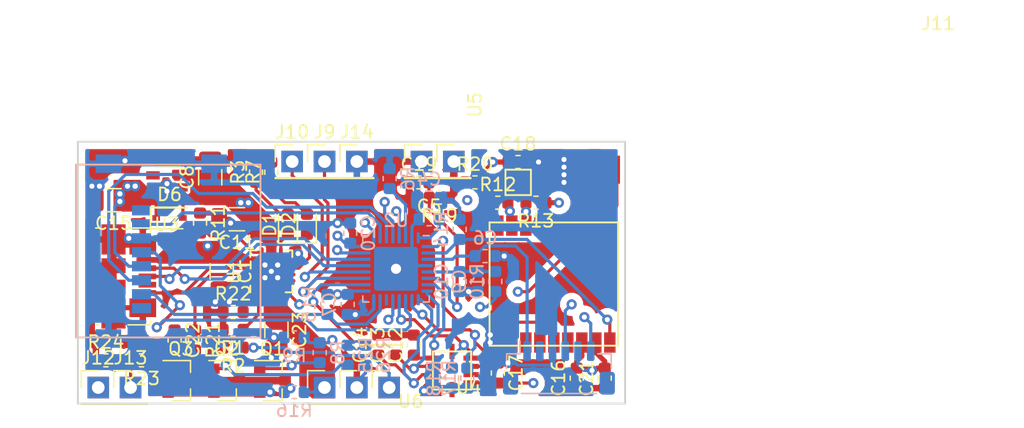
<source format=kicad_pcb>
(kicad_pcb (version 20171130) (host pcbnew 5.0.2-bee76a0~70~ubuntu18.04.1)
  (layers (0 F.Cu signal) (1 In1.Cu signal) (2 In2.Cu signal) (31 B.Cu signal) (34 B.Paste user) (35 F.Paste user) (36 B.SilkS user) (37 F.SilkS user) (38 B.Mask user) (39 F.Mask user) (44 Edge.Cuts user))
  (net 0 "")
  (net 1 GND)
  (net 2 +3V3)
  (net 3 NRST)
  (net 4 +3.3VA)
  (net 5 +5V)
  (net 6 ADC1)
  (net 7 ADC2)
  (net 8 ADC3)
  (net 9 "Net-(D1-Pad2)")
  (net 10 "Net-(D2-Pad2)")
  (net 11 USB_DM)
  (net 12 USB_DP)
  (net 13 "Net-(J1-Pad4)")
  (net 14 "Net-(J4-Pad1)")
  (net 15 "Net-(J6-Pad1)")
  (net 16 SPI_MOSI)
  (net 17 SPI_SCK)
  (net 18 SPI_MISO)
  (net 19 "Net-(J6-Pad8)")
  (net 20 "Net-(R1-Pad1)")
  (net 21 "Net-(R6-Pad1)")
  (net 22 I2C_SCL)
  (net 23 I2C_SDA)
  (net 24 SPI_CS1)
  (net 25 ACC_ST)
  (net 26 ACC_EN)
  (net 27 "Net-(U2-Pad14)")
  (net 28 USART_TX)
  (net 29 USART_RX)
  (net 30 SWDIO)
  (net 31 SWCLK)
  (net 32 "Net-(U4-Pad2)")
  (net 33 "Net-(U4-Pad3)")
  (net 34 "Net-(U3-Pad4)")
  (net 35 "Net-(C19-Pad2)")
  (net 36 SW_IN)
  (net 37 "Net-(J7-Pad2)")
  (net 38 RF_IN)
  (net 39 SYS_RSTn)
  (net 40 Wake_UP)
  (net 41 Ant_Off)
  (net 42 "Net-(U4-Pad4)")
  (net 43 "Net-(U4-Pad6)")
  (net 44 "Net-(U4-Pad14)")
  (net 45 "Net-(U4-Pad15)")
  (net 46 "Net-(U4-Pad18)")
  (net 47 "Net-(C22-Pad1)")
  (net 48 V_EN)
  (net 49 "Net-(Q1-Pad1)")
  (net 50 "Net-(Q2-Pad1)")
  (net 51 V_DIS)
  (net 52 "Net-(C1-Pad1)")
  (net 53 V_BAT)
  (net 54 "Net-(D1-Pad1)")
  (net 55 "Net-(D2-Pad1)")
  (net 56 SYSOFF)
  (net 57 "Net-(Q3-Pad1)")
  (net 58 "Net-(R11-Pad2)")
  (net 59 "Net-(R22-Pad2)")
  (module Resistor_SMD:R_0603_1608Metric (layer B.Cu) (at 121.2 76.2 90)
    (fp_text reference R25 (at 0 1.43 90) (layer B.SilkS) (effects (justify mirror)))
    (fp_text value 2k)
    (pad 2 smd roundrect (at 0.7875 0 90) (size 0.875 0.95) (layers B.Cu B.Paste B.Mask) (net 51 V_DIS))
    (pad 1 smd roundrect (at -0.7875 0 90) (size 0.875 0.95) (layers B.Cu B.Paste B.Mask) (net 50 "Net-(Q2-Pad1)"))
  )
  (module Connector_USB:USB_Micro-B_Molex_47346-0001 (layer F.Cu) (at 104 70 270)
    (fp_text reference J1 hide)
    (fp_text value USB_B_Micro hide)
    (pad 1 smd rect (at -1.3 -1.46 270) (size 0.45 1.38) (layers F.Cu F.Paste F.Mask) (net 52 "Net-(C1-Pad1)"))
    (pad 2 smd rect (at -0.65 -1.46 270) (size 0.45 1.38) (layers F.Cu F.Paste F.Mask) (net 11 USB_DM))
    (pad 3 smd rect (at 0 -1.46 270) (size 0.45 1.38) (layers F.Cu F.Paste F.Mask) (net 12 USB_DP))
    (pad 4 smd rect (at 0.65 -1.46 270) (size 0.45 1.38) (layers F.Cu F.Paste F.Mask) (net 13 "Net-(J1-Pad4)"))
    (pad 5 smd rect (at 1.3 -1.46 270) (size 0.45 1.38) (layers F.Cu F.Paste F.Mask) (net 1 GND))
    (pad 6 smd rect (at -2.4625 -1.1 270) (size 1.475 2.1) (layers F.Cu F.Paste F.Mask) (net 1 GND))
    (pad 6 smd rect (at 2.4625 -1.1 270) (size 1.475 2.1) (layers F.Cu F.Paste F.Mask) (net 1 GND))
    (pad 6 smd rect (at -2.91 1.2 270) (size 2.375 1.9) (layers F.Cu F.Paste F.Mask) (net 1 GND))
    (pad 6 smd rect (at 2.91 1.2 270) (size 2.375 1.9) (layers F.Cu F.Paste F.Mask) (net 1 GND))
    (pad 6 smd rect (at -0.84 1.2 270) (size 1.175 1.9) (layers F.Cu F.Paste F.Mask) (net 1 GND))
    (pad 6 smd rect (at 0.84 1.2 270) (size 1.175 1.9) (layers F.Cu F.Paste F.Mask) (net 1 GND))
  )
  (module Connector_PinHeader_2.54mm:PinHeader_1x01_P2.54mm_Vertical (layer F.Cu) (at 119.38 78.74)
    (fp_text reference J2 hide)
    (fp_text value Conn_01x01_Female)
    (pad 1 thru_hole rect (at 0 0) (size 1.7 1.7) (drill 1) (layers *.Cu *.Mask) (net 53 V_BAT))
  )
  (module Connector_PinHeader_2.54mm:PinHeader_1x01_P2.54mm_Vertical (layer F.Cu) (at 121.92 78.74)
    (fp_text reference J3 hide)
    (fp_text value Conn_01x01_Female)
    (pad 1 thru_hole rect (at 0 0) (size 1.7 1.7) (drill 1) (layers *.Cu *.Mask) (net 1 GND))
  )
  (module Connector_PinHeader_2.54mm:PinHeader_1x01_P2.54mm_Vertical (layer F.Cu) (at 124.46 78.74)
    (fp_text reference J4 hide)
    (fp_text value Conn_01x01_Female)
    (pad 1 thru_hole rect (at 0 0) (size 1.7 1.7) (drill 1) (layers *.Cu *.Mask) (net 14 "Net-(J4-Pad1)"))
  )
  (module Connector_PinHeader_2.54mm:PinHeader_1x01_P2.54mm_Vertical (layer F.Cu) (at 127 60.96)
    (fp_text reference J5 hide)
    (fp_text value Conn_01x01_Female)
    (pad 1 thru_hole rect (at 0 0) (size 1.7 1.7) (drill 1) (layers *.Cu *.Mask) (net 1 GND))
  )
  (module TJ:MOLEX_SD_47219-001 (layer B.Cu) (at 105 68 90)
    (fp_text reference J6 hide)
    (fp_text value Micro_SD_Card hide)
    (pad 1 smd rect (at -4.5 0 90) (size 0.8 1.5) (layers B.Cu B.Paste B.Mask) (net 15 "Net-(J6-Pad1)"))
    (pad 2 smd rect (at -3.4 0 90) (size 0.8 1.5) (layers B.Cu B.Paste B.Mask) (net 24 SPI_CS1))
    (pad 3 smd rect (at -2.3 0 90) (size 0.8 1.5) (layers B.Cu B.Paste B.Mask) (net 16 SPI_MOSI))
    (pad 4 smd rect (at -1.2 0 90) (size 0.8 1.5) (layers B.Cu B.Paste B.Mask) (net 2 +3V3))
    (pad 5 smd rect (at -0.1 0 90) (size 0.8 1.5) (layers B.Cu B.Paste B.Mask) (net 17 SPI_SCK))
    (pad 6 smd rect (at 1 0 90) (size 0.8 1.5) (layers B.Cu B.Paste B.Mask) (net 1 GND))
    (pad 7 smd rect (at 2.1 0 90) (size 0.8 1.5) (layers B.Cu B.Paste B.Mask) (net 18 SPI_MISO))
    (pad 8 smd rect (at 3.2 0 90) (size 0.8 1.5) (layers B.Cu B.Paste B.Mask) (net 19 "Net-(J6-Pad8)"))
    (pad 9 smd rect (at 6.87 -2.6 90) (size 1.45 2) (layers B.Cu B.Paste B.Mask) (net 1 GND))
    (pad 9 smd rect (at 6.87 5.7 90) (size 1.45 2) (layers B.Cu B.Paste B.Mask) (net 1 GND))
    (pad 9 smd rect (at -6.88 5.7 90) (size 1.45 2) (layers B.Cu B.Paste B.Mask) (net 1 GND))
    (pad 9 smd rect (at -6.88 -2.6 90) (size 1.45 2) (layers B.Cu B.Paste B.Mask) (net 1 GND))
  )
  (module Connector_JST:JST_SH_BM06B-SRSS-TB_1x06-1MP_P1.00mm_Vertical (layer B.Cu) (at 137.8 77.2)
    (fp_text reference J7 hide)
    (fp_text value Conn_01x06_Female hide)
    (pad 1 smd roundrect (at -2.5 -1.325) (size 0.6 1.55) (layers B.Cu B.Paste B.Mask) (net 3 NRST))
    (pad 2 smd roundrect (at -1.5 -1.325) (size 0.6 1.55) (layers B.Cu B.Paste B.Mask) (net 37 "Net-(J7-Pad2)"))
    (pad 3 smd roundrect (at -0.5 -1.325) (size 0.6 1.55) (layers B.Cu B.Paste B.Mask) (net 1 GND))
    (pad 4 smd roundrect (at 0.5 -1.325) (size 0.6 1.55) (layers B.Cu B.Paste B.Mask) (net 31 SWCLK))
    (pad 5 smd roundrect (at 1.5 -1.325) (size 0.6 1.55) (layers B.Cu B.Paste B.Mask) (net 2 +3V3))
    (pad 6 smd roundrect (at 2.5 -1.325) (size 0.6 1.55) (layers B.Cu B.Paste B.Mask) (net 30 SWDIO))
    (pad MP smd roundrect (at -3.8 1.2) (size 1.2 1.8) (layers B.Cu B.Paste B.Mask) (roundrect_rratio 0.208333))
    (pad MP smd roundrect (at 3.8 1.2) (size 1.2 1.8) (layers B.Cu B.Paste B.Mask) (roundrect_rratio 0.208333))
  )
  (module Connector_PinHeader_2.54mm:PinHeader_1x01_P2.54mm_Vertical (layer F.Cu) (at 129.54 60.96)
    (fp_text reference J8 hide)
    (fp_text value Conn_01x01_Female)
    (pad 1 thru_hole rect (at 0 0) (size 1.7 1.7) (drill 1) (layers *.Cu *.Mask) (net 36 SW_IN))
  )
  (module Connector_PinHeader_2.54mm:PinHeader_1x01_P2.54mm_Vertical (layer F.Cu) (at 119.38 60.96)
    (fp_text reference J9 (at 0 -2.33) (layer F.SilkS))
    (fp_text value Conn_01x01_Female)
    (pad 1 thru_hole rect (at 0 0) (size 1.7 1.7) (drill 1) (layers *.Cu *.Mask) (net 28 USART_TX))
  )
  (module Connector_PinHeader_2.54mm:PinHeader_1x01_P2.54mm_Vertical (layer F.Cu) (at 116.84 60.96)
    (fp_text reference J10 (at 0 -2.33) (layer F.SilkS))
    (fp_text value Conn_01x01_Female)
    (pad 1 thru_hole rect (at 0 0) (size 1.7 1.7) (drill 1) (layers *.Cu *.Mask) (net 29 USART_RX))
  )
  (module TJ:CONUFL001-SMD (layer F.Cu) (at 140.6 61.6)
    (fp_text reference J11 (at 27 -11.5) (layer F.SilkS))
    (fp_text value Conn_01x03_Male)
    (pad 1 smd rect (at -1.475 0) (size 1.05 2.2) (layers F.Cu F.Paste F.Mask) (net 1 GND))
    (pad 2 smd rect (at 1.475 0) (size 1.05 2.2) (layers F.Cu F.Paste F.Mask) (net 1 GND))
    (pad 3 smd rect (at 0 1.55) (size 1 1.05) (layers F.Cu F.Paste F.Mask) (net 38 RF_IN))
  )
  (module TJ:Teseo-LIV3F (layer F.Cu) (at 137.4 70.6 180)
    (fp_text reference U4 (at 6.7 -8.15 180) (layer F.SilkS))
    (fp_text value TESEO-LIV3F)
    (pad 1 smd rect (at 4.4 -4.6 180) (size 0.9 1.6) (layers F.Cu F.Paste F.Mask) (net 1 GND))
    (pad 2 smd rect (at 3.3 -4.6 180) (size 0.9 1.6) (layers F.Cu F.Paste F.Mask) (net 32 "Net-(U4-Pad2)"))
    (pad 3 smd rect (at 2.2 -4.6 180) (size 0.9 1.6) (layers F.Cu F.Paste F.Mask) (net 33 "Net-(U4-Pad3)"))
    (pad 4 smd rect (at 1.1 -4.6 180) (size 0.9 1.6) (layers F.Cu F.Paste F.Mask) (net 42 "Net-(U4-Pad4)"))
    (pad 5 smd rect (at 0 -4.6 180) (size 0.9 1.6) (layers F.Cu F.Paste F.Mask) (net 40 Wake_UP))
    (pad 6 smd rect (at -1.1 -4.6 180) (size 0.9 1.6) (layers F.Cu F.Paste F.Mask) (net 43 "Net-(U4-Pad6)"))
    (pad 7 smd rect (at -2.2 -4.6 180) (size 0.9 1.6) (layers F.Cu F.Paste F.Mask) (net 2 +3V3))
    (pad 8 smd rect (at -3.3 -4.6 180) (size 0.9 1.6) (layers F.Cu F.Paste F.Mask) (net 2 +3V3))
    (pad 9 smd rect (at -4.4 -4.6 180) (size 0.9 1.6) (layers F.Cu F.Paste F.Mask) (net 39 SYS_RSTn))
    (pad 10 smd rect (at -4.4 4.6 180) (size 0.9 1.6) (layers F.Cu F.Paste F.Mask) (net 1 GND))
    (pad 11 smd rect (at -3.3 4.6 180) (size 0.9 1.6) (layers F.Cu F.Paste F.Mask) (net 38 RF_IN))
    (pad 12 smd rect (at -2.2 4.6 180) (size 0.9 1.6) (layers F.Cu F.Paste F.Mask) (net 1 GND))
    (pad 13 smd rect (at -1.1 4.6 180) (size 0.9 1.6) (layers F.Cu F.Paste F.Mask) (net 41 Ant_Off))
    (pad 14 smd rect (at 0 4.6 180) (size 0.9 1.6) (layers F.Cu F.Paste F.Mask) (net 44 "Net-(U4-Pad14)"))
    (pad 15 smd rect (at 1.1 4.6 180) (size 0.9 1.6) (layers F.Cu F.Paste F.Mask) (net 45 "Net-(U4-Pad15)"))
    (pad 16 smd rect (at 2.2 4.6 180) (size 0.9 1.6) (layers F.Cu F.Paste F.Mask) (net 23 I2C_SDA))
    (pad 17 smd rect (at 3.3 4.6 180) (size 0.9 1.6) (layers F.Cu F.Paste F.Mask) (net 22 I2C_SCL))
    (pad 18 smd rect (at 4.4 4.6 180) (size 0.9 1.6) (layers F.Cu F.Paste F.Mask) (net 46 "Net-(U4-Pad18)"))
  )
  (module Connector_PinHeader_2.54mm:PinHeader_1x01_P2.54mm_Vertical (layer F.Cu) (at 101.6 78.74)
    (fp_text reference J12 (at 0 -2.33) (layer F.SilkS))
    (fp_text value Conn_01x01_Female)
    (pad 1 thru_hole rect (at 0 0) (size 1.7 1.7) (drill 1) (layers *.Cu *.Mask) (net 53 V_BAT))
  )
  (module Connector_PinHeader_2.54mm:PinHeader_1x01_P2.54mm_Vertical (layer F.Cu) (at 104.14 78.74)
    (fp_text reference J13 (at 0 -2.33) (layer F.SilkS))
    (fp_text value Conn_01x01_Female)
    (pad 1 thru_hole rect (at 0 0) (size 1.7 1.7) (drill 1) (layers *.Cu *.Mask) (net 48 V_EN))
  )
  (module Capacitor_SMD:C_0805_2012Metric (layer B.Cu) (at 127.6 64 180)
    (fp_text reference C4 (at 0 1.65 180) (layer B.SilkS) (effects (justify mirror)))
    (fp_text value 10uF)
    (pad 1 smd roundrect (at -0.9375 0 180) (size 0.975 1.4) (layers B.Cu B.Paste B.Mask) (net 2 +3V3))
    (pad 2 smd roundrect (at 0.9375 0 180) (size 0.975 1.4) (layers B.Cu B.Paste B.Mask) (net 1 GND))
  )
  (module Capacitor_SMD:C_0603_1608Metric (layer B.Cu) (at 127.6 65.5 180)
    (fp_text reference C5 (at 0 1.019186 180) (layer F.SilkS))
    (fp_text value 100nF)
    (pad 2 smd roundrect (at 0.7875 0 180) (size 0.875 0.95) (layers B.Cu B.Paste B.Mask) (net 1 GND))
    (pad 1 smd roundrect (at -0.7875 0 180) (size 0.875 0.95) (layers B.Cu B.Paste B.Mask) (net 2 +3V3))
  )
  (module Capacitor_SMD:C_0603_1608Metric (layer B.Cu) (at 132 68.4 180)
    (fp_text reference C6 (at 0 1.43 180) (layer B.SilkS) (effects (justify mirror)))
    (fp_text value 100nF)
    (pad 2 smd roundrect (at 0.7875 0 180) (size 0.875 0.95) (layers B.Cu B.Paste B.Mask) (net 3 NRST))
    (pad 1 smd roundrect (at -0.7875 0 180) (size 0.875 0.95) (layers B.Cu B.Paste B.Mask) (net 1 GND))
  )
  (module Capacitor_SMD:C_0603_1608Metric (layer B.Cu) (at 121.2 72.2 270)
    (fp_text reference C7 (at 0 1.43 270) (layer B.SilkS) (effects (justify mirror)))
    (fp_text value 100nF)
    (pad 1 smd roundrect (at -0.7875 0 270) (size 0.875 0.95) (layers B.Cu B.Paste B.Mask) (net 2 +3V3))
    (pad 2 smd roundrect (at 0.7875 0 270) (size 0.875 0.95) (layers B.Cu B.Paste B.Mask) (net 1 GND))
  )
  (module Capacitor_SMD:C_1206_3216Metric (layer F.Cu) (at 110.4 62.2 90)
    (fp_text reference C8 (at 0 -1.82 90) (layer F.SilkS))
    (fp_text value 4.7uF)
    (pad 2 smd roundrect (at 1.4 0 90) (size 1.25 1.75) (layers F.Cu F.Paste F.Mask) (roundrect_rratio 0.2) (net 1 GND))
    (pad 1 smd roundrect (at -1.4 0 90) (size 1.25 1.75) (layers F.Cu F.Paste F.Mask) (roundrect_rratio 0.2) (net 5 +5V))
  )
  (module Capacitor_SMD:C_0603_1608Metric (layer B.Cu) (at 131.4 70.4 270)
    (fp_text reference C9 (at 0 1.43 270) (layer B.SilkS) (effects (justify mirror)))
    (fp_text value 1uF)
    (pad 2 smd roundrect (at 0.7875 0 270) (size 0.875 0.95) (layers B.Cu B.Paste B.Mask) (net 1 GND))
    (pad 1 smd roundrect (at -0.7875 0 270) (size 0.875 0.95) (layers B.Cu B.Paste B.Mask) (net 4 +3.3VA))
  )
  (module Capacitor_SMD:C_0603_1608Metric (layer B.Cu) (at 130 70.4 270)
    (fp_text reference C10 (at 0 1.43 270) (layer B.SilkS) (effects (justify mirror)))
    (fp_text value 100nF)
    (pad 1 smd roundrect (at -0.7875 0 270) (size 0.875 0.95) (layers B.Cu B.Paste B.Mask) (net 4 +3.3VA))
    (pad 2 smd roundrect (at 0.7875 0 270) (size 0.875 0.95) (layers B.Cu B.Paste B.Mask) (net 1 GND))
  )
  (module Capacitor_SMD:C_1206_3216Metric (layer F.Cu) (at 112.5 65.5 180)
    (fp_text reference C11 (at 0 -1.82 180) (layer F.SilkS))
    (fp_text value 10uF)
    (pad 1 smd roundrect (at -1.4 0 180) (size 1.25 1.75) (layers F.Cu F.Paste F.Mask) (roundrect_rratio 0.2) (net 5 +5V))
    (pad 2 smd roundrect (at 1.4 0 180) (size 1.25 1.75) (layers F.Cu F.Paste F.Mask) (roundrect_rratio 0.2) (net 1 GND))
  )
  (module Capacitor_SMD:C_0603_1608Metric (layer F.Cu) (at 126.4 75.4 90)
    (fp_text reference C12 (at 0 -1.43 90) (layer F.SilkS))
    (fp_text value 100nF)
    (pad 1 smd roundrect (at -0.7875 0 90) (size 0.875 0.95) (layers F.Cu F.Paste F.Mask) (net 6 ADC1))
    (pad 2 smd roundrect (at 0.7875 0 90) (size 0.875 0.95) (layers F.Cu F.Paste F.Mask) (net 1 GND))
  )
  (module Capacitor_SMD:C_0603_1608Metric (layer F.Cu) (at 125 75.4 90)
    (fp_text reference C13 (at 0 -1.43 90) (layer F.SilkS))
    (fp_text value 100nF)
    (pad 2 smd roundrect (at 0.7875 0 90) (size 0.875 0.95) (layers F.Cu F.Paste F.Mask) (net 1 GND))
    (pad 1 smd roundrect (at -0.7875 0 90) (size 0.875 0.95) (layers F.Cu F.Paste F.Mask) (net 7 ADC2))
  )
  (module Capacitor_SMD:C_0603_1608Metric (layer F.Cu) (at 123.6 75.4 90)
    (fp_text reference C14 (at 0 -1.43 90) (layer F.SilkS))
    (fp_text value 100nF)
    (pad 1 smd roundrect (at -0.7875 0 90) (size 0.875 0.95) (layers F.Cu F.Paste F.Mask) (net 8 ADC3))
    (pad 2 smd roundrect (at 0.7875 0 90) (size 0.875 0.95) (layers F.Cu F.Paste F.Mask) (net 1 GND))
  )
  (module Capacitor_SMD:C_1206_3216Metric (layer F.Cu) (at 102.8 64 180)
    (fp_text reference C15 (at 0 -1.82 180) (layer F.SilkS))
    (fp_text value 10uF)
    (pad 1 smd roundrect (at -1.4 0 180) (size 1.25 1.75) (layers F.Cu F.Paste F.Mask) (roundrect_rratio 0.2) (net 2 +3V3))
    (pad 2 smd roundrect (at 1.4 0 180) (size 1.25 1.75) (layers F.Cu F.Paste F.Mask) (roundrect_rratio 0.2) (net 1 GND))
  )
  (module Capacitor_SMD:C_0603_1608Metric (layer F.Cu) (at 139.2 78 90)
    (fp_text reference C16 (at 0 -1.43 90) (layer F.SilkS))
    (fp_text value 100nF)
    (pad 2 smd roundrect (at 0.7875 0 90) (size 0.875 0.95) (layers F.Cu F.Paste F.Mask) (net 2 +3V3))
    (pad 1 smd roundrect (at -0.7875 0 90) (size 0.875 0.95) (layers F.Cu F.Paste F.Mask) (net 1 GND))
  )
  (module Capacitor_SMD:C_0603_1608Metric (layer F.Cu) (at 133 77.6 270)
    (fp_text reference C17 (at 0 -1.43 270) (layer F.SilkS))
    (fp_text value 100nF)
    (pad 2 smd roundrect (at 0.7875 0 270) (size 0.875 0.95) (layers F.Cu F.Paste F.Mask) (net 2 +3V3))
    (pad 1 smd roundrect (at -0.7875 0 270) (size 0.875 0.95) (layers F.Cu F.Paste F.Mask) (net 1 GND))
  )
  (module Capacitor_SMD:C_0603_1608Metric (layer F.Cu) (at 134.5875 61)
    (fp_text reference C18 (at 0 -1.43) (layer F.SilkS))
    (fp_text value 100nF)
    (pad 1 smd roundrect (at -0.7875 0) (size 0.875 0.95) (layers F.Cu F.Paste F.Mask) (net 2 +3V3))
    (pad 2 smd roundrect (at 0.7875 0) (size 0.875 0.95) (layers F.Cu F.Paste F.Mask) (net 1 GND))
  )
  (module Capacitor_SMD:C_0603_1608Metric (layer F.Cu) (at 126.8 62.6)
    (fp_text reference C19 (at 0 -1.43) (layer F.SilkS))
    (fp_text value 1u)
    (pad 2 smd roundrect (at 0.7875 0) (size 0.875 0.95) (layers F.Cu F.Paste F.Mask) (net 35 "Net-(C19-Pad2)"))
    (pad 1 smd roundrect (at -0.7875 0) (size 0.875 0.95) (layers F.Cu F.Paste F.Mask) (net 1 GND))
  )
  (module Capacitor_SMD:C_0603_1608Metric (layer B.Cu) (at 121.4 66.6 90)
    (fp_text reference C20 (at 0 1.43 90) (layer B.SilkS) (effects (justify mirror)))
    (fp_text value 100nF)
    (pad 2 smd roundrect (at 0.7875 0 90) (size 0.875 0.95) (layers B.Cu B.Paste B.Mask) (net 1 GND))
    (pad 1 smd roundrect (at -0.7875 0 90) (size 0.875 0.95) (layers B.Cu B.Paste B.Mask) (net 2 +3V3))
  )
  (module Capacitor_SMD:C_0603_1608Metric (layer F.Cu) (at 141.4 78 90)
    (fp_text reference C21 (at 0 -1.43 90) (layer F.SilkS))
    (fp_text value 100nF)
    (pad 1 smd roundrect (at -0.7875 0 90) (size 0.875 0.95) (layers F.Cu F.Paste F.Mask) (net 1 GND))
    (pad 2 smd roundrect (at 0.7875 0 90) (size 0.875 0.95) (layers F.Cu F.Paste F.Mask) (net 2 +3V3))
  )
  (module Capacitor_SMD:C_0603_1608Metric (layer F.Cu) (at 107.6 75 270)
    (fp_text reference C22 (at 0 -1.43 270) (layer F.SilkS))
    (fp_text value 1uF)
    (pad 1 smd roundrect (at -0.7875 0 270) (size 0.875 0.95) (layers F.Cu F.Paste F.Mask) (net 47 "Net-(C22-Pad1)"))
    (pad 2 smd roundrect (at 0.7875 0 270) (size 0.875 0.95) (layers F.Cu F.Paste F.Mask) (net 1 GND))
  )
  (module Capacitor_SMD:C_1206_3216Metric (layer F.Cu) (at 115.6 74.2 270)
    (fp_text reference C23 (at 0 -1.82 270) (layer F.SilkS))
    (fp_text value 4.7uF)
    (pad 2 smd roundrect (at 1.4 0 270) (size 1.25 1.75) (layers F.Cu F.Paste F.Mask) (roundrect_rratio 0.2) (net 1 GND))
    (pad 1 smd roundrect (at -1.4 0 270) (size 1.25 1.75) (layers F.Cu F.Paste F.Mask) (roundrect_rratio 0.2) (net 53 V_BAT))
  )
  (module LED_SMD:LED_0603_1608Metric (layer F.Cu) (at 116.5 65.9 90)
    (fp_text reference D1 (at 0 -1.43 90) (layer F.SilkS))
    (fp_text value LED)
    (pad 2 smd roundrect (at 0.7875 0 90) (size 0.875 0.95) (layers F.Cu F.Paste F.Mask) (net 9 "Net-(D1-Pad2)"))
    (pad 1 smd roundrect (at -0.7875 0 90) (size 0.875 0.95) (layers F.Cu F.Paste F.Mask) (net 54 "Net-(D1-Pad1)"))
  )
  (module LED_SMD:LED_0603_1608Metric (layer F.Cu) (at 118 65.9 90)
    (fp_text reference D2 (at 0 -1.43 90) (layer F.SilkS))
    (fp_text value LED)
    (pad 1 smd roundrect (at -0.7875 0 90) (size 0.875 0.95) (layers F.Cu F.Paste F.Mask) (net 55 "Net-(D2-Pad1)"))
    (pad 2 smd roundrect (at 0.7875 0 90) (size 0.875 0.95) (layers F.Cu F.Paste F.Mask) (net 10 "Net-(D2-Pad2)"))
  )
  (module Diode_SMD:D_SOD-323 (layer F.Cu) (at 107.2 65.4)
    (fp_text reference D6 (at 0 -1.85) (layer F.SilkS))
    (fp_text value DIODE)
    (pad 1 smd rect (at -1.05 0) (size 0.6 0.45) (layers F.Cu F.Paste F.Mask) (net 2 +3V3))
    (pad 2 smd rect (at 1.05 0) (size 0.6 0.45) (layers F.Cu F.Paste F.Mask) (net 5 +5V))
  )
  (module Package_TO_SOT_SMD:SOT-23 (layer F.Cu) (at 115.289739 78.2)
    (fp_text reference Q1 (at 0 -2.5) (layer F.SilkS))
    (fp_text value BC847)
    (pad 3 smd rect (at 1 0) (size 0.9 0.8) (layers F.Cu F.Paste F.Mask) (net 56 SYSOFF))
    (pad 2 smd rect (at -1 0.95) (size 0.9 0.8) (layers F.Cu F.Paste F.Mask) (net 1 GND))
    (pad 1 smd rect (at -1 -0.95) (size 0.9 0.8) (layers F.Cu F.Paste F.Mask) (net 49 "Net-(Q1-Pad1)"))
  )
  (module Package_TO_SOT_SMD:SOT-23 (layer F.Cu) (at 111.689739 78.2)
    (fp_text reference Q2 (at 0 -2.5) (layer F.SilkS))
    (fp_text value BC847)
    (pad 1 smd rect (at -1 -0.95) (size 0.9 0.8) (layers F.Cu F.Paste F.Mask) (net 50 "Net-(Q2-Pad1)"))
    (pad 2 smd rect (at -1 0.95) (size 0.9 0.8) (layers F.Cu F.Paste F.Mask) (net 1 GND))
    (pad 3 smd rect (at 1 0) (size 0.9 0.8) (layers F.Cu F.Paste F.Mask) (net 56 SYSOFF))
  )
  (module Package_TO_SOT_SMD:SOT-23 (layer F.Cu) (at 108.089739 78.2)
    (fp_text reference Q3 (at 0 -2.5) (layer F.SilkS))
    (fp_text value BC847)
    (pad 1 smd rect (at -1 -0.95) (size 0.9 0.8) (layers F.Cu F.Paste F.Mask) (net 57 "Net-(Q3-Pad1)"))
    (pad 2 smd rect (at -1 0.95) (size 0.9 0.8) (layers F.Cu F.Paste F.Mask) (net 1 GND))
    (pad 3 smd rect (at 1 0) (size 0.9 0.8) (layers F.Cu F.Paste F.Mask) (net 56 SYSOFF))
  )
  (module Resistor_SMD:R_0603_1608Metric (layer F.Cu) (at 114 61.8 90)
    (fp_text reference R3 (at 0 -1.43 90) (layer F.SilkS))
    (fp_text value 4k7)
    (pad 2 smd roundrect (at 0.7875 0 90) (size 0.875 0.95) (layers F.Cu F.Paste F.Mask) (net 5 +5V))
    (pad 1 smd roundrect (at -0.7875 0 90) (size 0.875 0.95) (layers F.Cu F.Paste F.Mask) (net 9 "Net-(D1-Pad2)"))
  )
  (module Resistor_SMD:R_0603_1608Metric (layer B.Cu) (at 124.5 62.3 90)
    (fp_text reference R6 (at 0 1.43 90) (layer B.SilkS) (effects (justify mirror)))
    (fp_text value R)
    (pad 1 smd roundrect (at -0.7875 0 90) (size 0.875 0.95) (layers B.Cu B.Paste B.Mask) (net 21 "Net-(R6-Pad1)"))
    (pad 2 smd roundrect (at 0.7875 0 90) (size 0.875 0.95) (layers B.Cu B.Paste B.Mask) (net 1 GND))
  )
  (module Resistor_SMD:R_0603_1608Metric (layer F.Cu) (at 115.2 61.8 90)
    (fp_text reference R7 (at 0 -1.43 90) (layer F.SilkS))
    (fp_text value 4k7)
    (pad 1 smd roundrect (at -0.7875 0 90) (size 0.875 0.95) (layers F.Cu F.Paste F.Mask) (net 10 "Net-(D2-Pad2)"))
    (pad 2 smd roundrect (at 0.7875 0 90) (size 0.875 0.95) (layers F.Cu F.Paste F.Mask) (net 5 +5V))
  )
  (module Resistor_SMD:R_0603_1608Metric (layer B.Cu) (at 119 76 90)
    (fp_text reference R8 (at 0 1.43 90) (layer B.SilkS) (effects (justify mirror)))
    (fp_text value 2k)
    (pad 1 smd roundrect (at -0.7875 0 90) (size 0.875 0.95) (layers B.Cu B.Paste B.Mask) (net 49 "Net-(Q1-Pad1)"))
    (pad 2 smd roundrect (at 0.7875 0 90) (size 0.875 0.95) (layers B.Cu B.Paste B.Mask) (net 52 "Net-(C1-Pad1)"))
  )
  (module Resistor_SMD:R_0603_1608Metric (layer B.Cu) (at 117 74.8)
    (fp_text reference R9 (at 0 1.43) (layer B.SilkS) (effects (justify mirror)))
    (fp_text value 1M)
    (pad 1 smd roundrect (at -0.7875 0) (size 0.875 0.95) (layers B.Cu B.Paste B.Mask) (net 1 GND))
    (pad 2 smd roundrect (at 0.7875 0) (size 0.875 0.95) (layers B.Cu B.Paste B.Mask) (net 52 "Net-(C1-Pad1)"))
  )
  (module Resistor_SMD:R_0603_1608Metric (layer B.Cu) (at 132.8 70.4 270)
    (fp_text reference R10 (at 0 1.43 270) (layer B.SilkS) (effects (justify mirror)))
    (fp_text value FERRIT)
    (pad 2 smd roundrect (at 0.7875 0 270) (size 0.875 0.95) (layers B.Cu B.Paste B.Mask) (net 2 +3V3))
    (pad 1 smd roundrect (at -0.7875 0 270) (size 0.875 0.95) (layers B.Cu B.Paste B.Mask) (net 4 +3.3VA))
  )
  (module Resistor_SMD:R_0603_1608Metric (layer F.Cu) (at 109.6 65.8 270)
    (fp_text reference R11 (at 0 -1.43 270) (layer F.SilkS))
    (fp_text value 1k18)
    (pad 2 smd roundrect (at 0.7875 0 270) (size 0.875 0.95) (layers F.Cu F.Paste F.Mask) (net 58 "Net-(R11-Pad2)"))
    (pad 1 smd roundrect (at -0.7875 0 270) (size 0.875 0.95) (layers F.Cu F.Paste F.Mask) (net 1 GND))
  )
  (module Resistor_SMD:R_0603_1608Metric (layer F.Cu) (at 133 64.2)
    (fp_text reference R12 (at 0 -1.43) (layer F.SilkS))
    (fp_text value 4k7)
    (pad 2 smd roundrect (at 0.7875 0) (size 0.875 0.95) (layers F.Cu F.Paste F.Mask) (net 22 I2C_SCL))
    (pad 1 smd roundrect (at -0.7875 0) (size 0.875 0.95) (layers F.Cu F.Paste F.Mask) (net 2 +3V3))
  )
  (module Resistor_SMD:R_0603_1608Metric (layer F.Cu) (at 136 64.2 180)
    (fp_text reference R13 (at 0 -1.43 180) (layer F.SilkS))
    (fp_text value 4k7)
    (pad 1 smd roundrect (at -0.7875 0 180) (size 0.875 0.95) (layers F.Cu F.Paste F.Mask) (net 2 +3V3))
    (pad 2 smd roundrect (at 0.7875 0 180) (size 0.875 0.95) (layers F.Cu F.Paste F.Mask) (net 23 I2C_SDA))
  )
  (module Resistor_SMD:R_0603_1608Metric (layer B.Cu) (at 130 66.3 270)
    (fp_text reference R14 (at 0 1.43 270) (layer B.SilkS) (effects (justify mirror)))
    (fp_text value 4k7)
    (pad 2 smd roundrect (at 0.7875 0 270) (size 0.875 0.95) (layers B.Cu B.Paste B.Mask) (net 39 SYS_RSTn))
    (pad 1 smd roundrect (at -0.7875 0 270) (size 0.875 0.95) (layers B.Cu B.Paste B.Mask) (net 2 +3V3))
  )
  (module Resistor_SMD:R_0603_1608Metric (layer B.Cu) (at 119.6 72.2 270)
    (fp_text reference R15 (at 0 1.43 270) (layer B.SilkS) (effects (justify mirror)))
    (fp_text value 4k7)
    (pad 2 smd roundrect (at 0.7875 0 270) (size 0.875 0.95) (layers B.Cu B.Paste B.Mask) (net 24 SPI_CS1))
    (pad 1 smd roundrect (at -0.7875 0 270) (size 0.875 0.95) (layers B.Cu B.Paste B.Mask) (net 2 +3V3))
  )
  (module Resistor_SMD:R_0603_1608Metric (layer B.Cu) (at 117 79.1)
    (fp_text reference R16 (at 0 1.43) (layer B.SilkS) (effects (justify mirror)))
    (fp_text value 4k7)
    (pad 2 smd roundrect (at 0.7875 0) (size 0.875 0.95) (layers B.Cu B.Paste B.Mask) (net 53 V_BAT))
    (pad 1 smd roundrect (at -0.7875 0) (size 0.875 0.95) (layers B.Cu B.Paste B.Mask) (net 56 SYSOFF))
  )
  (module Resistor_SMD:R_0603_1608Metric (layer B.Cu) (at 130.6 78 270)
    (fp_text reference R17 (at 0 1.43 270) (layer B.SilkS) (effects (justify mirror)))
    (fp_text value 47k)
    (pad 1 smd roundrect (at -0.7875 0 270) (size 0.875 0.95) (layers B.Cu B.Paste B.Mask) (net 25 ACC_ST))
    (pad 2 smd roundrect (at 0.7875 0 270) (size 0.875 0.95) (layers B.Cu B.Paste B.Mask) (net 1 GND))
  )
  (module Resistor_SMD:R_0603_1608Metric (layer B.Cu) (at 129.4 78 270)
    (fp_text reference R18 (at 0 1.43 270) (layer B.SilkS) (effects (justify mirror)))
    (fp_text value 47k)
    (pad 2 smd roundrect (at 0.7875 0 270) (size 0.875 0.95) (layers B.Cu B.Paste B.Mask) (net 1 GND))
    (pad 1 smd roundrect (at -0.7875 0 270) (size 0.875 0.95) (layers B.Cu B.Paste B.Mask) (net 26 ACC_EN))
  )
  (module Resistor_SMD:R_0603_1608Metric (layer F.Cu) (at 128.4 63.8 180)
    (fp_text reference R19 (at 0 -1.43 180) (layer F.SilkS))
    (fp_text value 1k)
    (pad 1 smd roundrect (at -0.7875 0 180) (size 0.875 0.95) (layers F.Cu F.Paste F.Mask) (net 36 SW_IN))
    (pad 2 smd roundrect (at 0.7875 0 180) (size 0.875 0.95) (layers F.Cu F.Paste F.Mask) (net 35 "Net-(C19-Pad2)"))
  )
  (module Resistor_SMD:R_0603_1608Metric (layer F.Cu) (at 131.2 62.6)
    (fp_text reference R20 (at 0 -1.43) (layer F.SilkS))
    (fp_text value 47k)
    (pad 2 smd roundrect (at 0.7875 0) (size 0.875 0.95) (layers F.Cu F.Paste F.Mask) (net 2 +3V3))
    (pad 1 smd roundrect (at -0.7875 0) (size 0.875 0.95) (layers F.Cu F.Paste F.Mask) (net 36 SW_IN))
  )
  (module Resistor_SMD:R_0603_1608Metric (layer F.Cu) (at 109.2 75 270)
    (fp_text reference R21 (at 0 -1.43 270) (layer F.SilkS))
    (fp_text value 1k)
    (pad 1 smd roundrect (at -0.7875 0 270) (size 0.875 0.95) (layers F.Cu F.Paste F.Mask) (net 47 "Net-(C22-Pad1)"))
    (pad 2 smd roundrect (at 0.7875 0 270) (size 0.875 0.95) (layers F.Cu F.Paste F.Mask) (net 56 SYSOFF))
  )
  (module Resistor_SMD:R_0603_1608Metric (layer F.Cu) (at 112.2 72.8)
    (fp_text reference R22 (at 0 -1.43) (layer F.SilkS))
    (fp_text value 1k13)
    (pad 1 smd roundrect (at -0.7875 0) (size 0.875 0.95) (layers F.Cu F.Paste F.Mask) (net 1 GND))
    (pad 2 smd roundrect (at 0.7875 0) (size 0.875 0.95) (layers F.Cu F.Paste F.Mask) (net 59 "Net-(R22-Pad2)"))
  )
  (module Resistor_SMD:R_0603_1608Metric (layer F.Cu) (at 105 76.6 180)
    (fp_text reference R23 (at 0 -1.43 180) (layer F.SilkS))
    (fp_text value 2k)
    (pad 2 smd roundrect (at 0.7875 0 180) (size 0.875 0.95) (layers F.Cu F.Paste F.Mask) (net 48 V_EN))
    (pad 1 smd roundrect (at -0.7875 0 180) (size 0.875 0.95) (layers F.Cu F.Paste F.Mask) (net 57 "Net-(Q3-Pad1)"))
  )
  (module Resistor_SMD:R_0603_1608Metric (layer F.Cu) (at 102.2 76.6)
    (fp_text reference R24 (at 0 -1.43) (layer F.SilkS))
    (fp_text value 1M)
    (pad 1 smd roundrect (at -0.7875 0) (size 0.875 0.95) (layers F.Cu F.Paste F.Mask) (net 1 GND))
    (pad 2 smd roundrect (at 0.7875 0) (size 0.875 0.95) (layers F.Cu F.Paste F.Mask) (net 48 V_EN))
  )
  (module Resistor_SMD:R_0603_1608Metric (layer B.Cu) (at 122.6 76.2 90)
    (fp_text reference R26 (at 0 1.43 90) (layer B.SilkS) (effects (justify mirror)))
    (fp_text value 1M)
    (pad 2 smd roundrect (at 0.7875 0 90) (size 0.875 0.95) (layers B.Cu B.Paste B.Mask) (net 51 V_DIS))
    (pad 1 smd roundrect (at -0.7875 0 90) (size 0.875 0.95) (layers B.Cu B.Paste B.Mask) (net 1 GND))
  )
  (module Package_DFN_QFN:UQFN-16-1EP_3x3mm_P0.5mm_EP1.75x1.75mm (layer F.Cu) (at 115.2 69.6 90)
    (fp_text reference U1 (at 0 -2.9 90) (layer F.SilkS))
    (fp_text value BQ24075)
    (pad 1 smd oval (at -1.5 -0.75 90) (size 0.8 0.3) (layers F.Cu F.Paste F.Mask) (net 20 "Net-(R1-Pad1)"))
    (pad 2 smd oval (at -1.5 -0.25 90) (size 0.8 0.3) (layers F.Cu F.Paste F.Mask) (net 53 V_BAT))
    (pad 3 smd oval (at -1.5 0.25 90) (size 0.8 0.3) (layers F.Cu F.Paste F.Mask) (net 53 V_BAT))
    (pad 4 smd oval (at -1.5 0.75 90) (size 0.8 0.3) (layers F.Cu F.Paste F.Mask) (net 1 GND))
    (pad 5 smd oval (at -0.75 1.5 180) (size 0.8 0.3) (layers F.Cu F.Paste F.Mask) (net 5 +5V))
    (pad 6 smd oval (at -0.25 1.5 180) (size 0.8 0.3) (layers F.Cu F.Paste F.Mask) (net 1 GND))
    (pad 7 smd oval (at 0.25 1.5 180) (size 0.8 0.3) (layers F.Cu F.Paste F.Mask) (net 55 "Net-(D2-Pad1)"))
    (pad 8 smd oval (at 0.75 1.5 180) (size 0.8 0.3) (layers F.Cu F.Paste F.Mask) (net 1 GND))
    (pad 9 smd oval (at 1.5 0.75 90) (size 0.8 0.3) (layers F.Cu F.Paste F.Mask) (net 54 "Net-(D1-Pad1)"))
    (pad 10 smd oval (at 1.5 0.25 90) (size 0.8 0.3) (layers F.Cu F.Paste F.Mask) (net 5 +5V))
    (pad 11 smd oval (at 1.5 -0.25 90) (size 0.8 0.3) (layers F.Cu F.Paste F.Mask) (net 5 +5V))
    (pad 12 smd oval (at 1.5 -0.75 90) (size 0.8 0.3) (layers F.Cu F.Paste F.Mask) (net 58 "Net-(R11-Pad2)"))
    (pad 13 smd oval (at 0.75 -1.5 180) (size 0.8 0.3) (layers F.Cu F.Paste F.Mask) (net 52 "Net-(C1-Pad1)"))
    (pad 14 smd oval (at 0.25 -1.5 180) (size 0.8 0.3) (layers F.Cu F.Paste F.Mask) (net 1 GND))
    (pad 15 smd oval (at -0.25 -1.5 180) (size 0.8 0.3) (layers F.Cu F.Paste F.Mask) (net 47 "Net-(C22-Pad1)"))
    (pad 16 smd oval (at -0.75 -1.5 180) (size 0.8 0.3) (layers F.Cu F.Paste F.Mask) (net 59 "Net-(R22-Pad2)"))
    (pad 17 smd rect (at 0 0 90) (size 1.75 1.75) (layers F.Cu F.Mask) (net 1 GND))
  )
  (module Package_DFN_QFN:QFN-32-1EP_5x5mm_P0.5mm_EP3.45x3.45mm (layer B.Cu) (at 125 69.4 180)
    (fp_text reference U2 (at 0 3.82 180) (layer B.SilkS) (effects (justify mirror)))
    (fp_text value STM32L072KBUx)
    (pad 33 smd roundrect (at 0 0 180) (size 3.45 3.45) (layers B.Cu B.Mask) (roundrect_rratio 0.072464) (net 1 GND))
    (pad 1 smd roundrect (at -2.4375 1.75 180) (size 0.875 0.25) (layers B.Cu B.Paste B.Mask) (net 40 Wake_UP))
    (pad 2 smd roundrect (at -2.4375 1.25 180) (size 0.875 0.25) (layers B.Cu B.Paste B.Mask) (net 39 SYS_RSTn))
    (pad 3 smd roundrect (at -2.4375 0.75 180) (size 0.875 0.25) (layers B.Cu B.Paste B.Mask) (net 3 NRST))
    (pad 4 smd roundrect (at -2.4375 0.25 180) (size 0.875 0.25) (layers B.Cu B.Paste B.Mask) (net 1 GND))
    (pad 5 smd roundrect (at -2.4375 -0.25 180) (size 0.875 0.25) (layers B.Cu B.Paste B.Mask) (net 4 +3.3VA))
    (pad 6 smd roundrect (at -2.4375 -0.75 180) (size 0.875 0.25) (layers B.Cu B.Paste B.Mask) (net 35 "Net-(C19-Pad2)"))
    (pad 7 smd roundrect (at -2.4375 -1.25 180) (size 0.875 0.25) (layers B.Cu B.Paste B.Mask) (net 6 ADC1))
    (pad 8 smd roundrect (at -2.4375 -1.75 180) (size 0.875 0.25) (layers B.Cu B.Paste B.Mask) (net 7 ADC2))
    (pad 9 smd roundrect (at -1.75 -2.4375 180) (size 0.25 0.875) (layers B.Cu B.Paste B.Mask) (net 8 ADC3))
    (pad 10 smd roundrect (at -1.25 -2.4375 180) (size 0.25 0.875) (layers B.Cu B.Paste B.Mask) (net 25 ACC_ST))
    (pad 11 smd roundrect (at -0.75 -2.4375 180) (size 0.25 0.875) (layers B.Cu B.Paste B.Mask) (net 17 SPI_SCK))
    (pad 12 smd roundrect (at -0.25 -2.4375 180) (size 0.25 0.875) (layers B.Cu B.Paste B.Mask) (net 26 ACC_EN))
    (pad 13 smd roundrect (at 0.25 -2.4375 180) (size 0.25 0.875) (layers B.Cu B.Paste B.Mask) (net 41 Ant_Off))
    (pad 14 smd roundrect (at 0.75 -2.4375 180) (size 0.25 0.875) (layers B.Cu B.Paste B.Mask) (net 27 "Net-(U2-Pad14)"))
    (pad 15 smd roundrect (at 1.25 -2.4375 180) (size 0.25 0.875) (layers B.Cu B.Paste B.Mask) (net 24 SPI_CS1))
    (pad 16 smd roundrect (at 1.75 -2.4375 180) (size 0.25 0.875) (layers B.Cu B.Paste B.Mask) (net 1 GND))
    (pad 17 smd roundrect (at 2.4375 -1.75 180) (size 0.875 0.25) (layers B.Cu B.Paste B.Mask) (net 2 +3V3))
    (pad 18 smd roundrect (at 2.4375 -1.25 180) (size 0.875 0.25) (layers B.Cu B.Paste B.Mask) (net 51 V_DIS))
    (pad 19 smd roundrect (at 2.4375 -0.75 180) (size 0.875 0.25) (layers B.Cu B.Paste B.Mask) (net 28 USART_TX))
    (pad 20 smd roundrect (at 2.4375 -0.25 180) (size 0.875 0.25) (layers B.Cu B.Paste B.Mask) (net 29 USART_RX))
    (pad 21 smd roundrect (at 2.4375 0.25 180) (size 0.875 0.25) (layers B.Cu B.Paste B.Mask) (net 11 USB_DM))
    (pad 22 smd roundrect (at 2.4375 0.75 180) (size 0.875 0.25) (layers B.Cu B.Paste B.Mask) (net 12 USB_DP))
    (pad 23 smd roundrect (at 2.4375 1.25 180) (size 0.875 0.25) (layers B.Cu B.Paste B.Mask) (net 30 SWDIO))
    (pad 24 smd roundrect (at 2.4375 1.75 180) (size 0.875 0.25) (layers B.Cu B.Paste B.Mask) (net 2 +3V3))
    (pad 25 smd roundrect (at 1.75 2.4375 180) (size 0.25 0.875) (layers B.Cu B.Paste B.Mask) (net 31 SWCLK))
    (pad 26 smd roundrect (at 1.25 2.4375 180) (size 0.25 0.875) (layers B.Cu B.Paste B.Mask) (net 18 SPI_MISO))
    (pad 27 smd roundrect (at 0.75 2.4375 180) (size 0.25 0.875) (layers B.Cu B.Paste B.Mask) (net 16 SPI_MOSI))
    (pad 28 smd roundrect (at 0.25 2.4375 180) (size 0.25 0.875) (layers B.Cu B.Paste B.Mask) (net 22 I2C_SCL))
    (pad 29 smd roundrect (at -0.25 2.4375 180) (size 0.25 0.875) (layers B.Cu B.Paste B.Mask) (net 23 I2C_SDA))
    (pad 30 smd roundrect (at -0.75 2.4375 180) (size 0.25 0.875) (layers B.Cu B.Paste B.Mask) (net 21 "Net-(R6-Pad1)"))
    (pad 31 smd roundrect (at -1.25 2.4375 180) (size 0.25 0.875) (layers B.Cu B.Paste B.Mask) (net 1 GND))
    (pad 32 smd roundrect (at -1.75 2.4375 180) (size 0.25 0.875) (layers B.Cu B.Paste B.Mask) (net 2 +3V3))
  )
  (module Package_TO_SOT_SMD:SOT-23-5 (layer F.Cu) (at 107 63 180)
    (fp_text reference U3 (at 0 -2.9 180) (layer F.SilkS))
    (fp_text value TLV75533PDBV)
    (pad 1 smd rect (at -1.1 -0.95 180) (size 1.06 0.65) (layers F.Cu F.Paste F.Mask) (net 5 +5V))
    (pad 2 smd rect (at -1.1 0 180) (size 1.06 0.65) (layers F.Cu F.Paste F.Mask) (net 1 GND))
    (pad 3 smd rect (at -1.1 0.95 180) (size 1.06 0.65) (layers F.Cu F.Paste F.Mask) (net 5 +5V))
    (pad 4 smd rect (at 1.1 0.95 180) (size 1.06 0.65) (layers F.Cu F.Paste F.Mask) (net 34 "Net-(U3-Pad4)"))
    (pad 5 smd rect (at 1.1 -0.95 180) (size 1.06 0.65) (layers F.Cu F.Paste F.Mask) (net 2 +3V3))
  )
  (module TJ:SHTC3 (layer F.Cu) (at 134.6 62.6 90)
    (fp_text reference U5 (at 6.1 -3.4 90) (layer F.SilkS))
    (fp_text value SHTC3)
    (pad 1 smd rect (at 0.5 -0.925) (size 0.55 0.35) (layers F.Cu F.Paste F.Mask) (net 2 +3V3))
    (pad 2 smd rect (at -0.5 -0.925) (size 0.55 0.35) (layers F.Cu F.Paste F.Mask) (net 22 I2C_SCL))
    (pad 3 smd rect (at -0.5 0.925) (size 0.55 0.35) (layers F.Cu F.Paste F.Mask) (net 23 I2C_SDA))
    (pad 4 smd rect (at 0.5 0.925) (size 0.55 0.35) (layers F.Cu F.Paste F.Mask) (net 1 GND))
    (pad 5 smd rect (at 0 0) (size 0.7 1.6) (layers F.Cu F.Paste F.Mask) (net 1 GND))
  )
  (module TJ:KX220-1071 (layer F.Cu) (at 129.4 77.4 180)
    (fp_text reference U6 (at 3.25 -2.425 180) (layer F.SilkS))
    (fp_text value KX220)
    (pad 9 smd rect (at 1.5 -0.975 180) (size 1.2 0.4) (layers F.Cu F.Paste F.Mask) (net 1 GND))
    (pad 8 smd rect (at 1.5 -0.325 180) (size 1.2 0.4) (layers F.Cu F.Paste F.Mask) (net 8 ADC3))
    (pad 7 smd rect (at 1.5 0.325 180) (size 1.2 0.4) (layers F.Cu F.Paste F.Mask) (net 7 ADC2))
    (pad 6 smd rect (at 1.5 0.975 180) (size 1.2 0.4) (layers F.Cu F.Paste F.Mask) (net 6 ADC1))
    (pad 1 smd rect (at -1.5 -0.975 180) (size 1.2 0.4) (layers F.Cu F.Paste F.Mask) (net 2 +3V3))
    (pad 3 smd rect (at -1.5 0.325 180) (size 1.2 0.4) (layers F.Cu F.Paste F.Mask) (net 25 ACC_ST))
    (pad 2 smd rect (at -1.5 -0.325 180) (size 1.2 0.4) (layers F.Cu F.Paste F.Mask))
    (pad 4 smd rect (at -1.5 0.975 180) (size 1.2 0.4) (layers F.Cu F.Paste F.Mask) (net 26 ACC_EN))
    (pad 5 smd rect (at 0 1.5 90) (size 1.2 0.4) (layers F.Cu F.Paste F.Mask))
    (pad 10 smd rect (at 0 -1.5 90) (size 1.2 0.4) (layers F.Cu F.Paste F.Mask))
  )
  (module Capacitor_SMD:C_1206_3216Metric (layer F.Cu) (at 111.3 69.6 270)
    (fp_text reference C1 (at 0 -1.82 270) (layer F.SilkS))
    (fp_text value 1uF)
    (pad 1 smd roundrect (at -1.4 0 270) (size 1.25 1.75) (layers F.Cu F.Paste F.Mask) (roundrect_rratio 0.2) (net 52 "Net-(C1-Pad1)"))
    (pad 2 smd roundrect (at 1.4 0 270) (size 1.25 1.75) (layers F.Cu F.Paste F.Mask) (roundrect_rratio 0.2) (net 1 GND))
  )
  (module Resistor_SMD:R_0603_1608Metric (layer F.Cu) (at 112.2 74.2 180)
    (fp_text reference R1 (at 0 -1.43 180) (layer F.SilkS))
    (fp_text value 1G)
    (pad 2 smd roundrect (at 0.7875 0 180) (size 0.875 0.95) (layers F.Cu F.Paste F.Mask) (net 1 GND))
    (pad 1 smd roundrect (at -0.7875 0 180) (size 0.875 0.95) (layers F.Cu F.Paste F.Mask) (net 20 "Net-(R1-Pad1)"))
  )
  (module Resistor_SMD:R_0603_1608Metric (layer F.Cu) (at 112.2 75.6 180)
    (fp_text reference R2 (at 0 -1.43 180) (layer F.SilkS))
    (fp_text value 0R)
    (pad 1 smd roundrect (at -0.7875 0 180) (size 0.875 0.95) (layers F.Cu F.Paste F.Mask) (net 14 "Net-(J4-Pad1)"))
    (pad 2 smd roundrect (at 0.7875 0 180) (size 0.875 0.95) (layers F.Cu F.Paste F.Mask) (net 20 "Net-(R1-Pad1)"))
  )
  (module Connector_PinHeader_2.54mm:PinHeader_1x01_P2.54mm_Vertical (layer F.Cu) (at 121.92 60.96)
    (fp_text reference J14 (at 0 -2.33) (layer F.SilkS))
    (fp_text value Conn_01x01_Female)
    (pad 1 thru_hole rect (at 0 0) (size 1.7 1.7) (drill 1) (layers *.Cu *.Mask) (net 1 GND))
  )
  (gr_line (start 143 59.4) (end 143 80) (layer Edge.Cuts) (width 0.15))
  (gr_line (start 100 59.4) (end 143 59.4) (layer Edge.Cuts) (width 0.15))
  (gr_line (start 100 80) (end 143 80) (layer Edge.Cuts) (width 0.15))
  (gr_line (start 100 59.4) (end 100 80) (layer Edge.Cuts) (width 0.15))
  (via (at 138.2 60.8) (size 0.8) (drill 0.4) (layers F.Cu B.Cu) (net 1))
  (via (at 138.2 61.4) (size 0.8) (drill 0.4) (layers F.Cu B.Cu) (net 1))
  (via (at 138.2 62) (size 0.8) (drill 0.4) (layers F.Cu B.Cu) (net 1))
  (via (at 125 69.4) (size 1.6) (drill 0.8) (layers F.Cu B.Cu) (net 1))
  (via (at 136.2 61) (size 0.8) (drill 0.4) (layers F.Cu B.Cu) (net 1))
  (via (at 138.2 62.6) (size 0.8) (drill 0.4) (layers F.Cu B.Cu) (net 1))
  (via (at 115.2 69.6) (size 0.8) (drill 0.4) (layers F.Cu B.Cu) (net 1))
  (via (at 104 67) (size 0.8) (drill 0.4) (layers F.Cu B.Cu) (net 1))
  (segment (start 110.47 60.9) (end 110.7 61.13) (width 0.25) (layer B.Cu) (net 1))
  (segment (start 105 67) (end 104 67) (width 0.25) (layer B.Cu) (net 1))
  (segment (start 103.84 67.16) (end 104 67) (width 0.25) (layer F.Cu) (net 1))
  (segment (start 102.8 67.16) (end 103.84 67.16) (width 0.25) (layer F.Cu) (net 1))
  (segment (start 105.46 72.1025) (end 105.1 72.4625) (width 0.4) (layer F.Cu) (net 1))
  (segment (start 105.46 71.3) (end 105.46 72.1025) (width 0.4) (layer F.Cu) (net 1))
  (segment (start 102.8 67.09) (end 102.8 69.16) (width 0.4) (layer F.Cu) (net 1))
  (segment (start 102.8 69.16) (end 102.8 70.84) (width 0.4) (layer F.Cu) (net 1))
  (segment (start 102.8 72.91) (end 102.8 70.84) (width 0.4) (layer F.Cu) (net 1))
  (segment (start 103.2475 72.4625) (end 102.8 72.91) (width 0.4) (layer F.Cu) (net 1))
  (segment (start 105.1 72.4625) (end 103.2475 72.4625) (width 0.4) (layer F.Cu) (net 1))
  (segment (start 103.2475 67.5375) (end 102.8 67.09) (width 0.4) (layer F.Cu) (net 1))
  (segment (start 105.1 67.5375) (end 103.2475 67.5375) (width 0.4) (layer F.Cu) (net 1))
  (segment (start 104.5625 67) (end 105.1 67.5375) (width 0.4) (layer F.Cu) (net 1))
  (segment (start 104 67) (end 104.5625 67) (width 0.4) (layer F.Cu) (net 1))
  (segment (start 102.89 67) (end 102.8 67.09) (width 0.4) (layer F.Cu) (net 1))
  (segment (start 104 67) (end 102.89 67) (width 0.4) (layer F.Cu) (net 1))
  (via (at 114.7 70.1) (size 0.8) (drill 0.4) (layers F.Cu B.Cu) (net 1))
  (via (at 114.7 70.1) (size 0.8) (drill 0.4) (layers F.Cu B.Cu) (net 1))
  (via (at 114.7 69.1) (size 0.8) (drill 0.4) (layers F.Cu B.Cu) (net 1))
  (via (at 114.7 69.1) (size 0.8) (drill 0.4) (layers F.Cu B.Cu) (net 1))
  (via (at 115.7 69.1) (size 0.8) (drill 0.4) (layers F.Cu B.Cu) (net 1))
  (via (at 115.7 69.1) (size 0.8) (drill 0.4) (layers F.Cu B.Cu) (net 1))
  (via (at 115.7 70.1) (size 0.8) (drill 0.4) (layers F.Cu B.Cu) (net 1))
  (via (at 115.7 70.1) (size 0.8) (drill 0.4) (layers F.Cu B.Cu) (net 1))
  (segment (start 108.373002 71.3) (end 110.323002 69.35) (width 0.25) (layer F.Cu) (net 1))
  (segment (start 105.46 71.3) (end 108.373002 71.3) (width 0.25) (layer F.Cu) (net 1))
  (segment (start 110.323002 69.35) (end 110.9 69.35) (width 0.25) (layer F.Cu) (net 1))
  (segment (start 113.7 69.35) (end 110.9 69.35) (width 0.25) (layer F.Cu) (net 1))
  (via (at 110.8 72) (size 0.8) (drill 0.4) (layers F.Cu B.Cu) (net 1))
  (via (at 111.9 72) (size 0.8) (drill 0.4) (layers F.Cu B.Cu) (net 1))
  (segment (start 111.4125 72.4875) (end 111.9 72) (width 0.25) (layer F.Cu) (net 1))
  (segment (start 111.4125 72.8) (end 111.4125 72.4875) (width 0.25) (layer F.Cu) (net 1))
  (segment (start 111.4125 72.6125) (end 110.8 72) (width 0.25) (layer F.Cu) (net 1))
  (segment (start 111.4125 72.8) (end 111.4125 72.6125) (width 0.25) (layer F.Cu) (net 1))
  (segment (start 111.3 71.5) (end 110.8 72) (width 0.25) (layer F.Cu) (net 1))
  (segment (start 111.3 71) (end 111.3 71.5) (width 0.25) (layer F.Cu) (net 1))
  (segment (start 111.3 71.4) (end 111.9 72) (width 0.25) (layer F.Cu) (net 1))
  (segment (start 111.3 71) (end 111.3 71.4) (width 0.25) (layer F.Cu) (net 1))
  (segment (start 107.089739 79.15) (end 110.689739 79.15) (width 0.6) (layer F.Cu) (net 1))
  (segment (start 114.289739 79.15) (end 110.689739 79.15) (width 0.6) (layer F.Cu) (net 1))
  (segment (start 107.139739 79.15) (end 107.089739 79.15) (width 0.6) (layer F.Cu) (net 1))
  (segment (start 108.139739 78.15) (end 107.139739 79.15) (width 0.6) (layer F.Cu) (net 1))
  (segment (start 108.139738 76.327238) (end 108.139739 78.15) (width 0.6) (layer F.Cu) (net 1))
  (segment (start 107.6 75.7875) (end 108.139738 76.327238) (width 0.6) (layer F.Cu) (net 1))
  (via (at 115.2 76.4) (size 0.8) (drill 0.4) (layers F.Cu B.Cu) (net 1))
  (via (at 116 76.4) (size 0.8) (drill 0.4) (layers F.Cu B.Cu) (net 1))
  (via (at 116 76.4) (size 0.8) (drill 0.4) (layers F.Cu B.Cu) (net 1))
  (segment (start 111.4125 74.2) (end 111.4125 72.8) (width 0.25) (layer F.Cu) (net 1))
  (segment (start 115.6 76) (end 115.2 76.4) (width 0.25) (layer F.Cu) (net 1))
  (segment (start 115.6 76) (end 116 76.4) (width 0.25) (layer F.Cu) (net 1))
  (segment (start 115.6 75.6) (end 115.6 76) (width 0.25) (layer F.Cu) (net 1))
  (via (at 115.1 79.1) (size 0.8) (drill 0.4) (layers F.Cu B.Cu) (net 1))
  (segment (start 114.289739 79.15) (end 115.15 79.15) (width 0.25) (layer F.Cu) (net 1))
  (segment (start 115.15 79.15) (end 115.2 79.1) (width 0.25) (layer F.Cu) (net 1))
  (via (at 115.4 74.8) (size 0.8) (drill 0.4) (layers F.Cu B.Cu) (net 1))
  (segment (start 135.525 61.15) (end 135.375 61) (width 0.25) (layer F.Cu) (net 1))
  (segment (start 135.525 62.1) (end 135.525 61.15) (width 0.25) (layer F.Cu) (net 1))
  (segment (start 134.6 62.6) (end 134.6 61.2) (width 0.25) (layer F.Cu) (net 1))
  (segment (start 134.8 61) (end 135.375 61) (width 0.25) (layer F.Cu) (net 1))
  (segment (start 134.6 61.2) (end 134.8 61) (width 0.25) (layer F.Cu) (net 1))
  (segment (start 139.6 64.769998) (end 139.6 66) (width 0.8) (layer F.Cu) (net 1))
  (segment (start 139.125 64.294998) (end 139.6 64.769998) (width 0.8) (layer F.Cu) (net 1))
  (segment (start 139.125 61.6) (end 139.125 64.294998) (width 0.8) (layer F.Cu) (net 1))
  (segment (start 142.075 61.6) (end 142.075 64.325) (width 0.8) (layer F.Cu) (net 1))
  (segment (start 142.075 64.325) (end 141.8 64.6) (width 0.8) (layer F.Cu) (net 1))
  (segment (start 141.8 64.6) (end 141.8 66) (width 0.8) (layer F.Cu) (net 1))
  (segment (start 139.125 61.6) (end 142.075 61.6) (width 0.8) (layer F.Cu) (net 1))
  (segment (start 123.6 74.6125) (end 125 74.6125) (width 0.25) (layer F.Cu) (net 1))
  (segment (start 125 74.6125) (end 126.4 74.6125) (width 0.25) (layer F.Cu) (net 1))
  (segment (start 127.5 78.375) (end 127.2 78.675) (width 0.25) (layer F.Cu) (net 1))
  (segment (start 127.9 78.375) (end 127.5 78.375) (width 0.25) (layer F.Cu) (net 1))
  (via (at 127.2 79) (size 0.8) (drill 0.4) (layers F.Cu B.Cu) (net 1))
  (segment (start 127.2 78.675) (end 127.2 79) (width 0.25) (layer F.Cu) (net 1))
  (segment (start 116.2125 74.8) (end 115.4 74.8) (width 0.25) (layer B.Cu) (net 1))
  (segment (start 122 78.66) (end 121.92 78.74) (width 0.25) (layer B.Cu) (net 1))
  (via (at 121.8 73) (size 0.8) (drill 0.4) (layers F.Cu B.Cu) (net 1))
  (segment (start 123.25 72.55) (end 123.25 71.8375) (width 0.25) (layer B.Cu) (net 1))
  (segment (start 121.8 73) (end 122.8 73) (width 0.25) (layer B.Cu) (net 1))
  (segment (start 122.8 73) (end 123.25 72.55) (width 0.25) (layer B.Cu) (net 1))
  (segment (start 133 75.2) (end 133 76.8125) (width 0.25) (layer F.Cu) (net 1))
  (via (at 133.8 76.8) (size 0.8) (drill 0.4) (layers F.Cu B.Cu) (net 1))
  (segment (start 133 76.8125) (end 133.7875 76.8125) (width 0.25) (layer F.Cu) (net 1))
  (segment (start 133.7875 76.8125) (end 133.8 76.8) (width 0.25) (layer F.Cu) (net 1))
  (via (at 132.4 75.2) (size 0.8) (drill 0.4) (layers F.Cu B.Cu) (net 1))
  (via (at 132.4 74.6) (size 0.8) (drill 0.4) (layers F.Cu B.Cu) (net 1))
  (via (at 132.4 74.6) (size 0.8) (drill 0.4) (layers F.Cu B.Cu) (net 1))
  (segment (start 122.6 77.6) (end 122.6 76.9875) (width 0.25) (layer B.Cu) (net 1))
  (segment (start 121.92 78.74) (end 121.92 78.28) (width 0.25) (layer B.Cu) (net 1))
  (segment (start 121.92 78.28) (end 122.6 77.6) (width 0.25) (layer B.Cu) (net 1))
  (segment (start 130 71.1875) (end 130.7 71.1875) (width 0.25) (layer B.Cu) (net 1))
  (segment (start 130.7 71.1875) (end 131.4 71.1875) (width 0.25) (layer B.Cu) (net 1))
  (via (at 130.7 71.1875) (size 0.8) (drill 0.4) (layers F.Cu B.Cu) (net 1))
  (segment (start 125.25 69.15) (end 125 69.4) (width 0.25) (layer B.Cu) (net 1))
  (segment (start 127.4375 69.15) (end 125.25 69.15) (width 0.25) (layer B.Cu) (net 1))
  (segment (start 126.25 68.15) (end 125 69.4) (width 0.25) (layer B.Cu) (net 1))
  (segment (start 126.25 66.9625) (end 126.25 68.15) (width 0.25) (layer B.Cu) (net 1))
  (segment (start 126.22 63.2925) (end 126.0125 63.5) (width 0.25) (layer F.Cu) (net 1))
  (via (at 107 62.7) (size 0.8) (drill 0.4) (layers F.Cu B.Cu) (net 1))
  (via (at 107 63.3) (size 0.8) (drill 0.4) (layers F.Cu B.Cu) (net 1))
  (segment (start 107.3 63) (end 107 62.7) (width 0.6) (layer F.Cu) (net 1))
  (segment (start 107.3 63) (end 107 63.3) (width 0.6) (layer F.Cu) (net 1))
  (segment (start 108.1 63) (end 107.3 63) (width 0.6) (layer F.Cu) (net 1))
  (via (at 101.1 62.9) (size 0.8) (drill 0.4) (layers F.Cu B.Cu) (net 1))
  (via (at 101.7 62.9) (size 0.8) (drill 0.4) (layers F.Cu B.Cu) (net 1))
  (via (at 101.7 62.9) (size 0.8) (drill 0.4) (layers F.Cu B.Cu) (net 1))
  (via (at 103.7 60.9) (size 0.8) (drill 0.4) (layers F.Cu B.Cu) (net 1))
  (segment (start 126.25 66.0625) (end 126.25 66.9625) (width 0.25) (layer B.Cu) (net 1))
  (segment (start 126.8125 65.5) (end 126.25 66.0625) (width 0.25) (layer B.Cu) (net 1))
  (segment (start 126.6625 63.1425) (end 126.22 62.7) (width 0.25) (layer B.Cu) (net 1))
  (segment (start 126.6625 64) (end 126.6625 63.1425) (width 0.25) (layer B.Cu) (net 1))
  (segment (start 126.6875 64.8) (end 126.6625 64.8) (width 0.25) (layer B.Cu) (net 1))
  (segment (start 126.8125 64.925) (end 126.6875 64.8) (width 0.25) (layer B.Cu) (net 1))
  (segment (start 126.8125 65.5) (end 126.8125 64.925) (width 0.25) (layer B.Cu) (net 1))
  (segment (start 126.6625 64) (end 126.6625 64.8) (width 0.25) (layer B.Cu) (net 1))
  (via (at 133.5 68.4) (size 0.8) (drill 0.4) (layers F.Cu B.Cu) (net 1))
  (segment (start 133.5 68.4) (end 132.7875 68.4) (width 0.25) (layer B.Cu) (net 1))
  (via (at 117.3 68.2) (size 0.8) (drill 0.4) (layers F.Cu B.Cu) (net 1))
  (segment (start 117.3 68.765685) (end 117.3 68.2) (width 0.25) (layer F.Cu) (net 1))
  (segment (start 117.215685 68.85) (end 117.3 68.765685) (width 0.25) (layer F.Cu) (net 1))
  (segment (start 116.7 68.85) (end 117.215685 68.85) (width 0.25) (layer F.Cu) (net 1))
  (segment (start 115.95 70.35) (end 115.7 70.1) (width 0.25) (layer F.Cu) (net 1))
  (segment (start 115.95 71.1) (end 115.95 70.35) (width 0.25) (layer F.Cu) (net 1))
  (segment (start 115.95 69.85) (end 115.7 70.1) (width 0.25) (layer F.Cu) (net 1))
  (segment (start 116.7 69.85) (end 115.95 69.85) (width 0.25) (layer F.Cu) (net 1))
  (via (at 120.4 65.8) (size 0.8) (drill 0.4) (layers F.Cu B.Cu) (net 1))
  (segment (start 121.4 65.8125) (end 120.4125 65.8125) (width 0.25) (layer B.Cu) (net 1))
  (segment (start 120.4125 65.8125) (end 120.4 65.8) (width 0.25) (layer B.Cu) (net 1))
  (segment (start 130.6 78.7875) (end 129.4 78.7875) (width 0.25) (layer B.Cu) (net 1))
  (segment (start 127.4125 78.7875) (end 127.2 79) (width 0.25) (layer B.Cu) (net 1))
  (segment (start 129.4 78.7875) (end 127.4125 78.7875) (width 0.25) (layer B.Cu) (net 1))
  (segment (start 134.365685 76.8) (end 133.8 76.8) (width 0.25) (layer B.Cu) (net 1))
  (segment (start 134.540695 76.97501) (end 134.365685 76.8) (width 0.25) (layer B.Cu) (net 1))
  (segment (start 137.07499 76.97501) (end 134.540695 76.97501) (width 0.25) (layer B.Cu) (net 1))
  (segment (start 137.3 76.75) (end 137.07499 76.97501) (width 0.25) (layer B.Cu) (net 1))
  (segment (start 137.3 75.875) (end 137.3 76.75) (width 0.25) (layer B.Cu) (net 1))
  (via (at 112 65.8) (size 0.8) (drill 0.4) (layers F.Cu B.Cu) (net 1))
  (segment (start 110.6125 65.0125) (end 111.1 65.5) (width 0.4) (layer F.Cu) (net 1))
  (segment (start 109.6 65.0125) (end 110.6125 65.0125) (width 0.4) (layer F.Cu) (net 1))
  (segment (start 111.9 65.5) (end 112 65.6) (width 0.4) (layer F.Cu) (net 1))
  (segment (start 111.1 65.5) (end 111.9 65.5) (width 0.4) (layer F.Cu) (net 1))
  (segment (start 121.9875 73) (end 123.6 74.6125) (width 0.4) (layer F.Cu) (net 1))
  (segment (start 121.8 73) (end 121.9875 73) (width 0.4) (layer F.Cu) (net 1))
  (segment (start 121.7875 72.9875) (end 121.8 73) (width 0.4) (layer B.Cu) (net 1))
  (segment (start 121.2 72.9875) (end 121.7875 72.9875) (width 0.4) (layer B.Cu) (net 1))
  (segment (start 138.325 60.8) (end 139.125 61.6) (width 0.8) (layer F.Cu) (net 1))
  (segment (start 138.2 60.8) (end 138.325 60.8) (width 0.8) (layer F.Cu) (net 1))
  (segment (start 138.925 61.4) (end 139.125 61.6) (width 0.8) (layer F.Cu) (net 1))
  (segment (start 138.2 61.4) (end 138.925 61.4) (width 0.8) (layer F.Cu) (net 1))
  (segment (start 138.725 62) (end 139.125 61.6) (width 0.8) (layer F.Cu) (net 1))
  (segment (start 138.2 62) (end 138.725 62) (width 0.8) (layer F.Cu) (net 1))
  (segment (start 138.2 62.525) (end 139.125 61.6) (width 0.8) (layer F.Cu) (net 1))
  (segment (start 138.2 62.6) (end 138.2 62.525) (width 0.8) (layer F.Cu) (net 1))
  (segment (start 135.375 61) (end 136.2 61) (width 0.8) (layer F.Cu) (net 1))
  (segment (start 137.8 61) (end 138.2 61.4) (width 0.8) (layer F.Cu) (net 1))
  (segment (start 136.2 61) (end 137.8 61) (width 0.8) (layer F.Cu) (net 1))
  (via (at 103.9 62.9) (size 0.8) (drill 0.4) (layers F.Cu B.Cu) (net 2))
  (via (at 120 75) (size 0.8) (drill 0.4) (layers F.Cu B.Cu) (net 52))
  (segment (start 133.675 61.125) (end 133.8 61) (width 0.25) (layer F.Cu) (net 2))
  (segment (start 133.675 62.1) (end 133.675 61.125) (width 0.25) (layer F.Cu) (net 2))
  (segment (start 133.8 61) (end 133.2625 61) (width 0.4) (layer F.Cu) (net 2))
  (via (at 132.6 61) (size 0.8) (drill 0.4) (layers F.Cu B.Cu) (net 2))
  (segment (start 133.2625 61) (end 132.6 61) (width 0.4) (layer F.Cu) (net 2))
  (segment (start 136.7875 64.2) (end 137.325 64.2) (width 0.4) (layer F.Cu) (net 2))
  (via (at 137.8 64.2) (size 0.8) (drill 0.4) (layers F.Cu B.Cu) (net 2))
  (segment (start 137.325 64.2) (end 137.8 64.2) (width 0.4) (layer F.Cu) (net 2))
  (segment (start 121.4625 71.15) (end 121.2 71.4125) (width 0.25) (layer B.Cu) (net 2))
  (segment (start 122.5625 71.15) (end 121.4625 71.15) (width 0.25) (layer B.Cu) (net 2))
  (segment (start 121.2 71.4125) (end 120.4 71.4125) (width 0.25) (layer B.Cu) (net 2))
  (segment (start 120.4 71.4125) (end 119.6 71.4125) (width 0.25) (layer B.Cu) (net 2))
  (via (at 120.4 71.4125) (size 0.8) (drill 0.4) (layers F.Cu B.Cu) (net 2))
  (segment (start 132.9875 78.375) (end 133 78.3875) (width 0.25) (layer F.Cu) (net 2))
  (segment (start 130.9 78.375) (end 132.2 78.375) (width 0.25) (layer F.Cu) (net 2))
  (segment (start 140.825 77.2125) (end 140.6375 77.4) (width 0.4) (layer F.Cu) (net 2))
  (segment (start 141.4 77.2125) (end 140.825 77.2125) (width 0.4) (layer F.Cu) (net 2))
  (via (at 140.4 77.4) (size 0.8) (drill 0.4) (layers F.Cu B.Cu) (net 2))
  (segment (start 140.6375 77.4) (end 140.4 77.4) (width 0.4) (layer F.Cu) (net 2))
  (segment (start 140.2125 77.2125) (end 140.4 77.4) (width 0.4) (layer F.Cu) (net 2))
  (segment (start 139.2 77.2125) (end 140.2125 77.2125) (width 0.4) (layer F.Cu) (net 2))
  (segment (start 139.2 76.675) (end 139.6 76.275) (width 0.4) (layer F.Cu) (net 2))
  (segment (start 139.6 76.275) (end 139.6 76.2) (width 0.4) (layer F.Cu) (net 2))
  (segment (start 139.2 77.2125) (end 139.2 76.675) (width 0.4) (layer F.Cu) (net 2))
  (segment (start 139.6 75.2) (end 139.6 76.2) (width 0.4) (layer F.Cu) (net 2))
  (segment (start 141.4 76.675) (end 141.4 77.2125) (width 0.4) (layer F.Cu) (net 2))
  (segment (start 140.7 75.975) (end 141.4 76.675) (width 0.4) (layer F.Cu) (net 2))
  (segment (start 140.7 75.2) (end 140.7 75.975) (width 0.4) (layer F.Cu) (net 2))
  (segment (start 132.1875 61.4125) (end 132.6 61) (width 0.25) (layer F.Cu) (net 2))
  (via (at 104.5 62.9) (size 0.8) (drill 0.4) (layers F.Cu B.Cu) (net 2))
  (via (at 104.5 62.9) (size 0.8) (drill 0.4) (layers F.Cu B.Cu) (net 2))
  (via (at 103.3 63.5) (size 0.8) (drill 0.4) (layers F.Cu B.Cu) (net 2))
  (via (at 103.3 63.5) (size 0.8) (drill 0.4) (layers F.Cu B.Cu) (net 2))
  (segment (start 126.75 66.9625) (end 127.6375 66.9625) (width 0.25) (layer B.Cu) (net 2))
  (segment (start 127.6375 66.9625) (end 128.4 66.2) (width 0.25) (layer B.Cu) (net 2))
  (segment (start 128.3875 66.1875) (end 128.3875 65.5) (width 0.25) (layer B.Cu) (net 2))
  (segment (start 128.4 66.2) (end 128.3875 66.1875) (width 0.25) (layer B.Cu) (net 2))
  (segment (start 128.5375 65.35) (end 128.3875 65.5) (width 0.25) (layer B.Cu) (net 2))
  (segment (start 128.5375 64) (end 128.5375 65.35) (width 0.25) (layer B.Cu) (net 2))
  (segment (start 128.5375 64) (end 129.4 64) (width 0.4) (layer B.Cu) (net 2))
  (via (at 130.6 64) (size 0.8) (drill 0.4) (layers F.Cu B.Cu) (net 2))
  (segment (start 129.4 64) (end 129.8 64.4) (width 0.4) (layer B.Cu) (net 2))
  (segment (start 130 64.6) (end 129.8 64.4) (width 0.25) (layer B.Cu) (net 2))
  (segment (start 130 65.5125) (end 130 64.6) (width 0.25) (layer B.Cu) (net 2))
  (segment (start 121.6625 67.65) (end 121.4 67.3875) (width 0.25) (layer B.Cu) (net 2))
  (segment (start 122.5625 67.65) (end 121.6625 67.65) (width 0.25) (layer B.Cu) (net 2))
  (segment (start 121.4 67.3875) (end 120.9875 67.3875) (width 0.25) (layer B.Cu) (net 2))
  (via (at 120.4 66.8) (size 0.8) (drill 0.4) (layers F.Cu B.Cu) (net 2))
  (segment (start 120.9875 67.3875) (end 120.4 66.8) (width 0.25) (layer B.Cu) (net 2))
  (via (at 103.3 64.1) (size 0.8) (drill 0.4) (layers F.Cu B.Cu) (net 2))
  (via (at 103.3 64.1) (size 0.8) (drill 0.4) (layers F.Cu B.Cu) (net 2))
  (segment (start 102.900001 68.100001) (end 104 69.2) (width 0.25) (layer B.Cu) (net 2))
  (segment (start 102.900001 64.499999) (end 102.900001 68.100001) (width 0.25) (layer B.Cu) (net 2))
  (segment (start 104 69.2) (end 105 69.2) (width 0.25) (layer B.Cu) (net 2))
  (segment (start 103.3 64.1) (end 102.900001 64.499999) (width 0.25) (layer B.Cu) (net 2))
  (segment (start 106.15 64.2) (end 105.9 63.95) (width 0.25) (layer F.Cu) (net 2))
  (segment (start 106.15 65.4) (end 106.15 64.2) (width 0.25) (layer F.Cu) (net 2))
  (segment (start 132.2 78.375) (end 132.9875 78.375) (width 0.25) (layer F.Cu) (net 2))
  (segment (start 133 78.3875) (end 135.7875 78.3875) (width 0.25) (layer F.Cu) (net 2))
  (via (at 135.7875 78.3875) (size 0.8) (drill 0.4) (layers F.Cu B.Cu) (net 2))
  (segment (start 139.3 75.875) (end 139.3 76.9) (width 0.25) (layer B.Cu) (net 2))
  (segment (start 139.8 77.4) (end 140.4 77.4) (width 0.25) (layer B.Cu) (net 2))
  (segment (start 139.3 76.9) (end 139.8 77.4) (width 0.25) (layer B.Cu) (net 2))
  (segment (start 132.8 71.725) (end 132.125 72.4) (width 0.25) (layer B.Cu) (net 2))
  (segment (start 132.8 71.1875) (end 132.8 71.725) (width 0.25) (layer B.Cu) (net 2))
  (via (at 131.6 72.4) (size 0.8) (drill 0.4) (layers F.Cu B.Cu) (net 2))
  (segment (start 132.125 72.4) (end 131.6 72.4) (width 0.25) (layer B.Cu) (net 2))
  (segment (start 131.9875 61.6125) (end 132.6 61) (width 0.25) (layer F.Cu) (net 2))
  (segment (start 131.9875 62.6) (end 131.9875 61.6125) (width 0.25) (layer F.Cu) (net 2))
  (segment (start 131.9875 63.975) (end 132.2125 64.2) (width 0.25) (layer F.Cu) (net 2))
  (segment (start 131.9875 62.6) (end 131.9875 63.975) (width 0.25) (layer F.Cu) (net 2))
  (segment (start 127.4375 68.65) (end 129.45 68.65) (width 0.25) (layer B.Cu) (net 3))
  (segment (start 129.7 68.4) (end 130.5 68.4) (width 0.25) (layer B.Cu) (net 3))
  (segment (start 129.45 68.65) (end 129.7 68.4) (width 0.25) (layer B.Cu) (net 3))
  (segment (start 130.5 68.4) (end 131.2125 68.4) (width 0.25) (layer B.Cu) (net 3))
  (segment (start 132.01251 67.59999) (end 134.39999 67.59999) (width 0.25) (layer B.Cu) (net 3))
  (segment (start 131.2125 68.4) (end 132.01251 67.59999) (width 0.25) (layer B.Cu) (net 3))
  (segment (start 135.3 68.5) (end 135.3 75.875) (width 0.25) (layer B.Cu) (net 3))
  (segment (start 134.39999 67.59999) (end 135.3 68.5) (width 0.25) (layer B.Cu) (net 3))
  (segment (start 132.8 69.6125) (end 131.4 69.6125) (width 0.25) (layer B.Cu) (net 4))
  (segment (start 131.4 69.6125) (end 130 69.6125) (width 0.25) (layer B.Cu) (net 4))
  (segment (start 129.9625 69.65) (end 130 69.6125) (width 0.25) (layer B.Cu) (net 4))
  (segment (start 127.4375 69.65) (end 129.9625 69.65) (width 0.25) (layer B.Cu) (net 4))
  (segment (start 116.7 70.35) (end 116.7 71.5) (width 0.25) (layer F.Cu) (net 5))
  (via (at 117.4 72.2) (size 0.8) (drill 0.4) (layers F.Cu B.Cu) (net 5))
  (segment (start 116.7 71.5) (end 117.4 72.2) (width 0.25) (layer F.Cu) (net 5))
  (segment (start 115.2 61.0125) (end 114 61.0125) (width 0.25) (layer F.Cu) (net 5))
  (segment (start 114 61.0125) (end 112.9875 61.0125) (width 0.25) (layer F.Cu) (net 5))
  (segment (start 111.95 62.05) (end 108.1 62.05) (width 0.25) (layer F.Cu) (net 5))
  (segment (start 112.9875 61.0125) (end 111.95 62.05) (width 0.25) (layer F.Cu) (net 5))
  (via (at 113.4 64.2) (size 0.8) (drill 0.4) (layers F.Cu B.Cu) (net 5))
  (via (at 112.8 64.2) (size 0.8) (drill 0.4) (layers F.Cu B.Cu) (net 5))
  (via (at 112.8 64.2) (size 0.8) (drill 0.4) (layers F.Cu B.Cu) (net 5))
  (segment (start 108.25 64.1) (end 108.1 63.95) (width 0.25) (layer F.Cu) (net 5))
  (segment (start 108.25 65.4) (end 108.25 64.1) (width 0.25) (layer F.Cu) (net 5))
  (segment (start 126.6375 76.425) (end 126.4 76.1875) (width 0.25) (layer F.Cu) (net 6))
  (segment (start 127.9 76.425) (end 127.2 76.425) (width 0.25) (layer F.Cu) (net 6))
  (segment (start 127.2 76.425) (end 126.6375 76.425) (width 0.25) (layer F.Cu) (net 6))
  (via (at 128 75.4) (size 0.8) (drill 0.4) (layers F.Cu B.Cu) (net 6))
  (segment (start 127.9 76.425) (end 127.9 75.5) (width 0.25) (layer F.Cu) (net 6))
  (segment (start 127.9 75.5) (end 128 75.4) (width 0.25) (layer F.Cu) (net 6))
  (segment (start 128 74.83641) (end 128 75.4) (width 0.25) (layer B.Cu) (net 6))
  (segment (start 128.74999 71.34999) (end 128.749989 74.086421) (width 0.25) (layer B.Cu) (net 6))
  (segment (start 127.4375 70.65) (end 128.05 70.65) (width 0.25) (layer B.Cu) (net 6))
  (segment (start 128.749989 74.086421) (end 128 74.83641) (width 0.25) (layer B.Cu) (net 6))
  (segment (start 128.05 70.65) (end 128.74999 71.34999) (width 0.25) (layer B.Cu) (net 6))
  (via (at 126.404079 77.257124) (size 0.8) (drill 0.4) (layers F.Cu B.Cu) (net 7))
  (segment (start 127.9 77.075) (end 126.586203 77.075) (width 0.25) (layer F.Cu) (net 7))
  (segment (start 126.586203 77.075) (end 126.404079 77.257124) (width 0.25) (layer F.Cu) (net 7))
  (segment (start 126.069624 77.257124) (end 126.404079 77.257124) (width 0.25) (layer F.Cu) (net 7))
  (segment (start 125 76.1875) (end 126.069624 77.257124) (width 0.25) (layer F.Cu) (net 7))
  (segment (start 127.2 76.461203) (end 126.404079 77.257124) (width 0.25) (layer B.Cu) (net 7))
  (segment (start 127.2 75) (end 127.2 76.461203) (width 0.25) (layer B.Cu) (net 7))
  (segment (start 128.29998 73.90002) (end 128 74.2) (width 0.25) (layer B.Cu) (net 7))
  (segment (start 127.4375 71.375) (end 128.29998 72.23748) (width 0.25) (layer B.Cu) (net 7))
  (segment (start 127.4375 71.15) (end 127.4375 71.375) (width 0.25) (layer B.Cu) (net 7))
  (segment (start 128.29998 72.23748) (end 128.29998 73.90002) (width 0.25) (layer B.Cu) (net 7))
  (segment (start 128 74.2) (end 127.2 75) (width 0.25) (layer B.Cu) (net 7))
  (segment (start 124.061612 76.649112) (end 123.6 76.1875) (width 0.25) (layer F.Cu) (net 8))
  (segment (start 124.36251 76.95001) (end 124.061612 76.649112) (width 0.25) (layer F.Cu) (net 8))
  (segment (start 124.955012 76.95001) (end 126.205002 78.2) (width 0.25) (layer F.Cu) (net 8))
  (segment (start 124.36251 76.95001) (end 124.955012 76.95001) (width 0.25) (layer F.Cu) (net 8))
  (via (at 126.4 78.4) (size 0.8) (drill 0.4) (layers F.Cu B.Cu) (net 8))
  (segment (start 126.205002 78.2) (end 126.205002 78.205002) (width 0.25) (layer F.Cu) (net 8))
  (segment (start 126.205002 78.205002) (end 126.4 78.4) (width 0.25) (layer F.Cu) (net 8))
  (segment (start 127.075 77.725) (end 126.4 78.4) (width 0.25) (layer F.Cu) (net 8))
  (segment (start 127.9 77.725) (end 127.075 77.725) (width 0.25) (layer F.Cu) (net 8))
  (segment (start 126.975 71.8375) (end 126.75 71.8375) (width 0.25) (layer B.Cu) (net 8))
  (segment (start 127.8 72.6625) (end 126.975 71.8375) (width 0.25) (layer B.Cu) (net 8))
  (segment (start 126.4 78.4) (end 125.635001 77.635001) (width 0.25) (layer B.Cu) (net 8))
  (segment (start 127.8 73.76359) (end 127.8 72.6625) (width 0.25) (layer B.Cu) (net 8))
  (segment (start 125.635001 77.635001) (end 125.635001 76.9532) (width 0.25) (layer B.Cu) (net 8))
  (segment (start 126.74999 75.838211) (end 126.74999 74.8136) (width 0.25) (layer B.Cu) (net 8))
  (segment (start 125.635001 76.9532) (end 126.74999 75.838211) (width 0.25) (layer B.Cu) (net 8))
  (segment (start 126.74999 74.8136) (end 127.8 73.76359) (width 0.25) (layer B.Cu) (net 8))
  (segment (start 114 62.5875) (end 114 63.2) (width 0.25) (layer F.Cu) (net 9))
  (segment (start 115.9125 65.1125) (end 116.5 65.1125) (width 0.25) (layer F.Cu) (net 9))
  (segment (start 114 63.2) (end 115.9125 65.1125) (width 0.25) (layer F.Cu) (net 9))
  (segment (start 115.2 63.125) (end 116.275 64.2) (width 0.25) (layer F.Cu) (net 10))
  (segment (start 115.2 62.5875) (end 115.2 63.125) (width 0.25) (layer F.Cu) (net 10))
  (segment (start 117.0875 64.2) (end 118 65.1125) (width 0.25) (layer F.Cu) (net 10))
  (segment (start 116.275 64.2) (end 117.0875 64.2) (width 0.25) (layer F.Cu) (net 10))
  (segment (start 105.46 69.35) (end 107.55 69.35) (width 0.25) (layer F.Cu) (net 11))
  (via (at 108.4 70.2) (size 0.8) (drill 0.4) (layers F.Cu B.Cu) (net 11))
  (segment (start 107.55 69.35) (end 108.4 70.2) (width 0.25) (layer F.Cu) (net 11))
  (segment (start 119.323002 69.15) (end 122.5625 69.15) (width 0.25) (layer B.Cu) (net 11))
  (segment (start 117.648001 67.474999) (end 119.323002 69.15) (width 0.25) (layer B.Cu) (net 11))
  (segment (start 114.125001 67.474999) (end 117.648001 67.474999) (width 0.25) (layer B.Cu) (net 11))
  (segment (start 111.4 70.2) (end 114.125001 67.474999) (width 0.25) (layer B.Cu) (net 11))
  (segment (start 108.4 70.2) (end 111.4 70.2) (width 0.25) (layer B.Cu) (net 11))
  (via (at 107.2 70.2) (size 0.8) (drill 0.4) (layers F.Cu B.Cu) (net 12))
  (segment (start 105.46 70) (end 107 70) (width 0.25) (layer F.Cu) (net 12))
  (segment (start 107 70) (end 107.2 70.2) (width 0.25) (layer F.Cu) (net 12))
  (segment (start 117.834401 67.024989) (end 113.875011 67.024989) (width 0.25) (layer B.Cu) (net 12))
  (segment (start 122.5625 68.65) (end 119.459412 68.65) (width 0.25) (layer B.Cu) (net 12))
  (segment (start 119.459412 68.65) (end 117.834401 67.024989) (width 0.25) (layer B.Cu) (net 12))
  (segment (start 113.875011 67.024989) (end 111.6 69.3) (width 0.25) (layer B.Cu) (net 12))
  (segment (start 108.1 69.3) (end 107.2 70.2) (width 0.25) (layer B.Cu) (net 12))
  (segment (start 111.6 69.3) (end 108.1 69.3) (width 0.25) (layer B.Cu) (net 12))
  (via (at 113.8 75.6) (size 0.8) (drill 0.4) (layers F.Cu B.Cu) (net 14))
  (segment (start 112.9875 75.6) (end 113.8 75.6) (width 0.25) (layer F.Cu) (net 14))
  (segment (start 124.46 78.66) (end 124.46 78.74) (width 0.25) (layer B.Cu) (net 14))
  (segment (start 124.46 77.64) (end 124.46 78.74) (width 0.25) (layer B.Cu) (net 14))
  (segment (start 124.46 77.603506) (end 124.46 77.64) (width 0.25) (layer B.Cu) (net 14))
  (segment (start 113.8 75.6) (end 116.273002 75.6) (width 0.25) (layer B.Cu) (net 14))
  (segment (start 123.081484 76.22499) (end 124.46 77.603506) (width 0.25) (layer B.Cu) (net 14))
  (segment (start 116.273002 75.6) (end 116.648012 75.97501) (width 0.25) (layer B.Cu) (net 14))
  (segment (start 116.648012 75.97501) (end 119.918516 75.97501) (width 0.25) (layer B.Cu) (net 14))
  (segment (start 119.918516 75.97501) (end 120.168496 76.22499) (width 0.25) (layer B.Cu) (net 14))
  (segment (start 120.168496 76.22499) (end 123.081484 76.22499) (width 0.25) (layer B.Cu) (net 14))
  (segment (start 124.25 66.9625) (end 124.25 65.801396) (width 0.25) (layer B.Cu) (net 16))
  (segment (start 124.25 65.801396) (end 123.6 65.151396) (width 0.25) (layer B.Cu) (net 16))
  (segment (start 123.6 65.151396) (end 123.448604 65) (width 0.25) (layer B.Cu) (net 16))
  (segment (start 113.748001 63.474999) (end 114.822992 64.54999) (width 0.25) (layer B.Cu) (net 16))
  (segment (start 107.974999 61.974999) (end 109.474999 63.474999) (width 0.25) (layer B.Cu) (net 16))
  (segment (start 109.474999 63.474999) (end 113.748001 63.474999) (width 0.25) (layer B.Cu) (net 16))
  (segment (start 103.750002 61.974999) (end 107.974999 61.974999) (width 0.25) (layer B.Cu) (net 16))
  (segment (start 122.998594 64.54999) (end 123.6 65.151396) (width 0.25) (layer B.Cu) (net 16))
  (segment (start 102.425001 68.725001) (end 102.425001 63.3) (width 0.25) (layer B.Cu) (net 16))
  (segment (start 114.822992 64.54999) (end 122.998594 64.54999) (width 0.25) (layer B.Cu) (net 16))
  (segment (start 102.425001 63.3) (end 103.750002 61.974999) (width 0.25) (layer B.Cu) (net 16))
  (segment (start 104 70.3) (end 102.425001 68.725001) (width 0.25) (layer B.Cu) (net 16))
  (segment (start 105 70.3) (end 104 70.3) (width 0.25) (layer B.Cu) (net 16))
  (via (at 108.012653 72.2625) (size 0.8) (drill 0.4) (layers F.Cu B.Cu) (net 17))
  (segment (start 108.012653 72.387347) (end 108.012653 72.2625) (width 0.25) (layer B.Cu) (net 17))
  (segment (start 108 72.4) (end 108.012653 72.387347) (width 0.25) (layer B.Cu) (net 17))
  (segment (start 106.474999 68.574999) (end 106 68.1) (width 0.25) (layer B.Cu) (net 17))
  (segment (start 106 68.1) (end 105 68.1) (width 0.25) (layer B.Cu) (net 17))
  (segment (start 106.474999 70.724846) (end 106.474999 68.574999) (width 0.25) (layer B.Cu) (net 17))
  (segment (start 108.012653 72.2625) (end 106.474999 70.724846) (width 0.25) (layer B.Cu) (net 17))
  (via (at 106.2 74) (size 0.8) (drill 0.4) (layers F.Cu B.Cu) (net 17))
  (segment (start 108.012653 72.2625) (end 106.275153 74) (width 0.25) (layer F.Cu) (net 17))
  (segment (start 106.275153 74) (end 106.2 74) (width 0.25) (layer F.Cu) (net 17))
  (segment (start 125.75 72.676998) (end 125.75 71.8375) (width 0.25) (layer B.Cu) (net 17))
  (segment (start 106.76249 73.43751) (end 118.03751 73.43751) (width 0.25) (layer B.Cu) (net 17))
  (segment (start 126.125001 73.051999) (end 125.75 72.676998) (width 0.25) (layer B.Cu) (net 17))
  (segment (start 118.80002 74.20002) (end 125.79998 74.20002) (width 0.25) (layer B.Cu) (net 17))
  (segment (start 106.2 74) (end 106.76249 73.43751) (width 0.25) (layer B.Cu) (net 17))
  (segment (start 125.79998 74.20002) (end 126.125001 73.874999) (width 0.25) (layer B.Cu) (net 17))
  (segment (start 118.03751 73.43751) (end 118.80002 74.20002) (width 0.25) (layer B.Cu) (net 17))
  (segment (start 126.125001 73.874999) (end 126.125001 73.051999) (width 0.25) (layer B.Cu) (net 17))
  (segment (start 123.75 65.937806) (end 123.75 66.9625) (width 0.25) (layer B.Cu) (net 18))
  (segment (start 122.812194 65) (end 123.75 65.937806) (width 0.25) (layer B.Cu) (net 18))
  (segment (start 108.2 65) (end 122.812194 65) (width 0.25) (layer B.Cu) (net 18))
  (segment (start 107.3 65.9) (end 108.2 65) (width 0.25) (layer B.Cu) (net 18))
  (segment (start 105 65.9) (end 107.3 65.9) (width 0.25) (layer B.Cu) (net 18))
  (segment (start 114.45 71.75) (end 114.2 72) (width 0.25) (layer F.Cu) (net 20))
  (segment (start 114.45 71.1) (end 114.45 71.75) (width 0.25) (layer F.Cu) (net 20))
  (segment (start 114.2 72.9875) (end 112.9875 74.2) (width 0.25) (layer F.Cu) (net 20))
  (segment (start 114.2 72) (end 114.2 72.9875) (width 0.25) (layer F.Cu) (net 20))
  (segment (start 111.5875 75.6) (end 112.9875 74.2) (width 0.25) (layer F.Cu) (net 20))
  (segment (start 111.4125 75.6) (end 111.5875 75.6) (width 0.25) (layer F.Cu) (net 20))
  (segment (start 125.75 64.3375) (end 125.75 66.9625) (width 0.25) (layer B.Cu) (net 21))
  (segment (start 124.5 63.0875) (end 125.75 64.3375) (width 0.25) (layer B.Cu) (net 21))
  (segment (start 133.675 64.0875) (end 133.7875 64.2) (width 0.25) (layer F.Cu) (net 22))
  (segment (start 133.675 63.1) (end 133.675 64.0875) (width 0.25) (layer F.Cu) (net 22))
  (segment (start 134.1 66) (end 134.1 65.1) (width 0.25) (layer F.Cu) (net 22))
  (segment (start 133.7875 64.7875) (end 133.7875 64.2) (width 0.25) (layer F.Cu) (net 22))
  (via (at 124.10798 64.141984) (size 0.8) (drill 0.4) (layers F.Cu B.Cu) (net 22))
  (via (at 133.949232 64.867179) (size 0.8) (drill 0.4) (layers F.Cu B.Cu) (net 22))
  (segment (start 134.1 65.1) (end 133.949232 64.867179) (width 0.25) (layer F.Cu) (net 22))
  (segment (start 133.949232 64.867179) (end 133.7875 64.7875) (width 0.25) (layer F.Cu) (net 22))
  (segment (start 124.10798 64.141984) (end 124.10798 65.022966) (width 0.25) (layer B.Cu) (net 22))
  (segment (start 124.75 65.664986) (end 124.75 66.9625) (width 0.25) (layer B.Cu) (net 22))
  (segment (start 124.10798 65.022966) (end 124.75 65.664986) (width 0.25) (layer B.Cu) (net 22))
  (segment (start 135.525 63.8875) (end 135.2125 64.2) (width 0.25) (layer F.Cu) (net 23))
  (segment (start 135.525 63.1) (end 135.525 63.8875) (width 0.25) (layer F.Cu) (net 23))
  (segment (start 135.2125 65.9875) (end 135.2 66) (width 0.25) (layer F.Cu) (net 23))
  (via (at 135.2125 64.9) (size 0.8) (drill 0.4) (layers F.Cu B.Cu) (net 23))
  (segment (start 135.2125 64.2) (end 135.2125 64.9) (width 0.25) (layer F.Cu) (net 23))
  (segment (start 135.2125 64.9) (end 135.2125 65.9875) (width 0.25) (layer F.Cu) (net 23))
  (via (at 125.025 64.866984) (size 0.8) (drill 0.4) (layers F.Cu B.Cu) (net 23))
  (segment (start 125.25 66.9625) (end 125.25 65.091984) (width 0.25) (layer B.Cu) (net 23))
  (segment (start 125.25 65.091984) (end 125.025 64.866984) (width 0.25) (layer B.Cu) (net 23))
  (segment (start 105.0375 71.4375) (end 105 71.4) (width 0.25) (layer B.Cu) (net 24))
  (segment (start 120.061612 73.449112) (end 119.6 72.9875) (width 0.25) (layer B.Cu) (net 24))
  (segment (start 122.6864 73.75001) (end 120.36251 73.75001) (width 0.25) (layer B.Cu) (net 24))
  (segment (start 120.36251 73.75001) (end 120.061612 73.449112) (width 0.25) (layer B.Cu) (net 24))
  (segment (start 123.75 72.68641) (end 122.6864 73.75001) (width 0.25) (layer B.Cu) (net 24))
  (segment (start 123.75 71.8375) (end 123.75 72.68641) (width 0.25) (layer B.Cu) (net 24))
  (segment (start 119.6 72.9875) (end 107.5875 72.9875) (width 0.25) (layer B.Cu) (net 24))
  (segment (start 106 71.4) (end 105 71.4) (width 0.25) (layer B.Cu) (net 24))
  (segment (start 107.5875 72.9875) (end 106 71.4) (width 0.25) (layer B.Cu) (net 24))
  (via (at 127.075 73) (size 0.8) (drill 0.4) (layers F.Cu B.Cu) (net 25))
  (segment (start 126.875 73) (end 127.075 73) (width 0.25) (layer B.Cu) (net 25))
  (segment (start 126.25 71.8375) (end 126.25 72.375) (width 0.25) (layer B.Cu) (net 25))
  (segment (start 126.25 72.375) (end 126.875 73) (width 0.25) (layer B.Cu) (net 25))
  (segment (start 131.75 77.075) (end 130.9 77.075) (width 0.25) (layer F.Cu) (net 25))
  (segment (start 128.275 74.2) (end 130.4 74.2) (width 0.25) (layer F.Cu) (net 25))
  (segment (start 127.075 73) (end 128.275 74.2) (width 0.25) (layer F.Cu) (net 25))
  (via (at 131.2 74.6) (size 0.8) (drill 0.4) (layers F.Cu B.Cu) (net 25))
  (segment (start 130.4 74.2) (end 130.8 74.2) (width 0.25) (layer F.Cu) (net 25))
  (segment (start 130.8 74.2) (end 131.2 74.6) (width 0.25) (layer F.Cu) (net 25))
  (segment (start 131.2 75.165685) (end 131.2 74.6) (width 0.25) (layer F.Cu) (net 25))
  (segment (start 131.863499 75.829184) (end 131.2 75.165685) (width 0.25) (layer F.Cu) (net 25))
  (segment (start 131.863499 76.961501) (end 131.863499 75.829184) (width 0.25) (layer F.Cu) (net 25))
  (segment (start 131.75 77.075) (end 131.863499 76.961501) (width 0.25) (layer F.Cu) (net 25))
  (segment (start 131.2 74.6) (end 131.2 75.6) (width 0.25) (layer B.Cu) (net 25))
  (segment (start 131.2 75.6) (end 130.6 76.2) (width 0.25) (layer B.Cu) (net 25))
  (segment (start 130.6 76.2) (end 130.6 77.2125) (width 0.25) (layer B.Cu) (net 25))
  (via (at 125.4 73.4) (size 0.8) (drill 0.4) (layers F.Cu B.Cu) (net 26))
  (segment (start 125.25 71.8375) (end 125.25 73.25) (width 0.25) (layer B.Cu) (net 26))
  (segment (start 125.25 73.25) (end 125.4 73.4) (width 0.25) (layer B.Cu) (net 26))
  (segment (start 130.9 75.975) (end 130.9 76.425) (width 0.25) (layer F.Cu) (net 26))
  (segment (start 127.706493 74.674999) (end 129.599999 74.674999) (width 0.25) (layer F.Cu) (net 26))
  (segment (start 129.599999 74.674999) (end 130.325 75.4) (width 0.25) (layer F.Cu) (net 26))
  (segment (start 126.431494 73.4) (end 127.706493 74.674999) (width 0.25) (layer F.Cu) (net 26))
  (segment (start 125.4 73.4) (end 126.431494 73.4) (width 0.25) (layer F.Cu) (net 26))
  (segment (start 130.325 75.4) (end 130.9 75.975) (width 0.25) (layer F.Cu) (net 26))
  (via (at 130.325 75.4) (size 0.8) (drill 0.4) (layers F.Cu B.Cu) (net 26))
  (segment (start 129.4 76.325) (end 129.4 77.2125) (width 0.25) (layer B.Cu) (net 26))
  (segment (start 130.325 75.4) (end 129.4 76.325) (width 0.25) (layer B.Cu) (net 26))
  (via (at 117.7 71.2) (size 0.8) (drill 0.4) (layers F.Cu B.Cu) (net 28))
  (segment (start 122.5625 70.15) (end 118.75 70.15) (width 0.25) (layer B.Cu) (net 28))
  (segment (start 118.75 70.15) (end 117.7 71.2) (width 0.25) (layer B.Cu) (net 28))
  (segment (start 119.650009 69.249991) (end 117.7 71.2) (width 0.25) (layer F.Cu) (net 28))
  (segment (start 119.650009 64.233599) (end 119.650009 69.249991) (width 0.25) (layer F.Cu) (net 28))
  (segment (start 119.38 60.96) (end 119.38 63.96359) (width 0.25) (layer F.Cu) (net 28))
  (segment (start 119.38 63.96359) (end 119.650009 64.233599) (width 0.25) (layer F.Cu) (net 28))
  (via (at 117.837347 70.037347) (size 0.8) (drill 0.4) (layers F.Cu B.Cu) (net 29))
  (segment (start 122.5625 69.65) (end 118.224694 69.65) (width 0.25) (layer B.Cu) (net 29))
  (segment (start 118.224694 69.65) (end 117.837347 70.037347) (width 0.25) (layer B.Cu) (net 29))
  (segment (start 119.2 68.674694) (end 117.837347 70.037347) (width 0.25) (layer F.Cu) (net 29))
  (segment (start 119.2 64.42) (end 119.2 68.674694) (width 0.25) (layer F.Cu) (net 29))
  (segment (start 116.84 62.06) (end 119.2 64.42) (width 0.25) (layer F.Cu) (net 29))
  (segment (start 116.84 60.96) (end 116.84 62.06) (width 0.25) (layer F.Cu) (net 29))
  (segment (start 122.5625 68.15) (end 120.55 68.15) (width 0.25) (layer B.Cu) (net 30))
  (segment (start 120.55 68.15) (end 120.375009 67.975009) (width 0.25) (layer B.Cu) (net 30))
  (via (at 120.375009 67.925) (size 0.8) (drill 0.4) (layers F.Cu B.Cu) (net 30))
  (segment (start 120.375009 67.975009) (end 120.375009 67.925) (width 0.25) (layer B.Cu) (net 30))
  (segment (start 140.3 75.875) (end 140.3 73.7) (width 0.25) (layer B.Cu) (net 30))
  (via (at 139.8 73.2) (size 0.8) (drill 0.4) (layers F.Cu B.Cu) (net 30))
  (segment (start 140.3 73.7) (end 139.8 73.2) (width 0.25) (layer B.Cu) (net 30))
  (via (at 122.555944 65.769056) (size 0.8) (drill 0.4) (layers F.Cu B.Cu) (net 31))
  (segment (start 123.25 66.9625) (end 123.25 66.463112) (width 0.25) (layer B.Cu) (net 31))
  (segment (start 123.25 66.463112) (end 122.555944 65.769056) (width 0.25) (layer B.Cu) (net 31))
  (via (at 138.8 72.2) (size 0.8) (drill 0.4) (layers F.Cu B.Cu) (net 31))
  (segment (start 138.3 75.875) (end 138.3 72.7) (width 0.25) (layer B.Cu) (net 31))
  (segment (start 138.3 72.7) (end 138.8 72.2) (width 0.25) (layer B.Cu) (net 31))
  (segment (start 127.4375 70.15) (end 128.35 70.15) (width 0.25) (layer B.Cu) (net 35))
  (segment (start 128.35 70.15) (end 129.2 71) (width 0.25) (layer B.Cu) (net 35))
  (segment (start 129.2 71) (end 129.2 71.8) (width 0.25) (layer B.Cu) (net 35))
  (segment (start 129.2 71.8) (end 129.8 72.4) (width 0.25) (layer B.Cu) (net 35))
  (via (at 129.8 72.4) (size 0.8) (drill 0.4) (layers F.Cu B.Cu) (net 35))
  (segment (start 129.8 66.9) (end 129.8 72.4) (width 0.25) (layer F.Cu) (net 35))
  (segment (start 127.5875 63.775) (end 127.6125 63.8) (width 0.25) (layer F.Cu) (net 35))
  (segment (start 127.5875 62.6) (end 127.5875 63.775) (width 0.25) (layer F.Cu) (net 35))
  (segment (start 127.6125 64.7125) (end 128.7 65.8) (width 0.25) (layer F.Cu) (net 35))
  (segment (start 128.3 65.4) (end 128.7 65.8) (width 0.25) (layer F.Cu) (net 35))
  (segment (start 127.6125 63.8) (end 127.6125 64.7125) (width 0.25) (layer F.Cu) (net 35))
  (segment (start 128.7 65.8) (end 129.8 66.9) (width 0.25) (layer F.Cu) (net 35))
  (segment (start 128.76 61.6) (end 129.3 61.6) (width 0.25) (layer F.Cu) (net 36))
  (segment (start 129.2125 63.8) (end 130.4125 62.6) (width 0.25) (layer F.Cu) (net 36))
  (segment (start 129.1875 63.8) (end 129.2125 63.8) (width 0.25) (layer F.Cu) (net 36))
  (segment (start 129.54 63.4475) (end 129.1875 63.8) (width 0.6) (layer F.Cu) (net 36))
  (segment (start 129.54 60.96) (end 129.54 63.4475) (width 0.6) (layer F.Cu) (net 36))
  (segment (start 129.875 62.6) (end 129.54 62.935) (width 0.6) (layer F.Cu) (net 36))
  (segment (start 129.54 62.935) (end 129.54 63.4475) (width 0.6) (layer F.Cu) (net 36))
  (segment (start 130.4125 62.6) (end 129.875 62.6) (width 0.6) (layer F.Cu) (net 36))
  (segment (start 140.7 66) (end 140.7 64.5) (width 0.25) (layer F.Cu) (net 38))
  (segment (start 140.6 64.4) (end 140.6 63.15) (width 0.25) (layer F.Cu) (net 38))
  (segment (start 140.7 64.5) (end 140.6 64.4) (width 0.25) (layer F.Cu) (net 38))
  (segment (start 141.8 75.2) (end 141.8 73.6) (width 0.25) (layer F.Cu) (net 39))
  (via (at 141.6 73.4) (size 0.8) (drill 0.4) (layers F.Cu B.Cu) (net 39))
  (segment (start 141.8 73.6) (end 141.6 73.4) (width 0.25) (layer F.Cu) (net 39))
  (segment (start 128.9375 68.15) (end 130 67.0875) (width 0.25) (layer B.Cu) (net 39))
  (segment (start 127.4375 68.15) (end 128.9375 68.15) (width 0.25) (layer B.Cu) (net 39))
  (segment (start 135.2875 67.0875) (end 136.7 68.5) (width 0.25) (layer B.Cu) (net 39))
  (segment (start 130 67.0875) (end 135.2875 67.0875) (width 0.25) (layer B.Cu) (net 39))
  (segment (start 136.4875 68.2875) (end 136.7 68.5) (width 0.25) (layer B.Cu) (net 39))
  (segment (start 136.7 68.5) (end 141.6 73.4) (width 0.25) (layer B.Cu) (net 39))
  (via (at 128.7 67.2) (size 0.8) (drill 0.4) (layers F.Cu B.Cu) (net 40))
  (segment (start 127.4375 67.65) (end 128.25 67.65) (width 0.25) (layer B.Cu) (net 40))
  (segment (start 128.25 67.65) (end 128.7 67.2) (width 0.25) (layer B.Cu) (net 40))
  (segment (start 128.7 72.373002) (end 129.926998 73.6) (width 0.25) (layer F.Cu) (net 40))
  (segment (start 128.7 67.2) (end 128.7 72.373002) (width 0.25) (layer F.Cu) (net 40))
  (segment (start 136.85 73.6) (end 137.4 74.15) (width 0.25) (layer F.Cu) (net 40))
  (segment (start 137.4 74.15) (end 137.4 75.2) (width 0.25) (layer F.Cu) (net 40))
  (segment (start 129.926998 73.6) (end 136.85 73.6) (width 0.25) (layer F.Cu) (net 40))
  (segment (start 124.75 71.8375) (end 124.75 72.65) (width 0.25) (layer B.Cu) (net 41))
  (via (at 124.399997 73.4) (size 0.8) (drill 0.4) (layers F.Cu B.Cu) (net 41))
  (segment (start 124.75 72.65) (end 124.75 73.049997) (width 0.25) (layer B.Cu) (net 41))
  (segment (start 124.75 73.049997) (end 124.399997 73.4) (width 0.25) (layer B.Cu) (net 41))
  (segment (start 138.5 67.05) (end 138.5 66) (width 0.25) (layer F.Cu) (net 41))
  (segment (start 138.5 68.1) (end 138.5 66) (width 0.25) (layer F.Cu) (net 41))
  (segment (start 138.5 68.1) (end 135.4 71.2) (width 0.25) (layer F.Cu) (net 41))
  (via (at 134.575 71.2) (size 0.8) (drill 0.4) (layers F.Cu B.Cu) (net 41))
  (segment (start 135.4 71.2) (end 134.575 71.2) (width 0.25) (layer F.Cu) (net 41))
  (segment (start 107.6 74.2125) (end 109.2 74.2125) (width 0.25) (layer F.Cu) (net 47))
  (segment (start 110.459412 69.85) (end 109.2 71.109412) (width 0.25) (layer F.Cu) (net 47))
  (segment (start 113.7 69.85) (end 110.459412 69.85) (width 0.25) (layer F.Cu) (net 47))
  (segment (start 109.2 71.109412) (end 109.2 74.2125) (width 0.25) (layer F.Cu) (net 47))
  (segment (start 104.14 76.6725) (end 104.2125 76.6) (width 0.25) (layer F.Cu) (net 48))
  (segment (start 104.14 78.74) (end 104.14 76.6725) (width 0.25) (layer F.Cu) (net 48))
  (segment (start 102.9875 76.6) (end 104.2125 76.6) (width 0.25) (layer F.Cu) (net 48))
  (via (at 116.8 77) (size 0.8) (drill 0.4) (layers F.Cu B.Cu) (net 49))
  (segment (start 114.289739 77.25) (end 116.55 77.25) (width 0.25) (layer F.Cu) (net 49))
  (segment (start 116.55 77.25) (end 116.8 77) (width 0.25) (layer F.Cu) (net 49))
  (segment (start 117.0125 76.7875) (end 116.8 77) (width 0.25) (layer B.Cu) (net 49))
  (segment (start 119 76.7875) (end 117.0125 76.7875) (width 0.25) (layer B.Cu) (net 49))
  (segment (start 110.689739 77.25) (end 111.35 77.25) (width 0.25) (layer F.Cu) (net 50))
  (via (at 111.6 77) (size 0.8) (drill 0.4) (layers F.Cu B.Cu) (net 50))
  (segment (start 111.35 77.25) (end 111.6 77) (width 0.25) (layer F.Cu) (net 50))
  (segment (start 111.999999 77.399999) (end 111.6 77) (width 0.25) (layer B.Cu) (net 50))
  (segment (start 119.481484 77.55001) (end 118.23749 77.55001) (width 0.25) (layer B.Cu) (net 50))
  (segment (start 118.23749 77.55001) (end 118.062499 77.725001) (width 0.25) (layer B.Cu) (net 50))
  (segment (start 112.325001 77.725001) (end 111.999999 77.399999) (width 0.25) (layer B.Cu) (net 50))
  (segment (start 118.062499 77.725001) (end 112.325001 77.725001) (width 0.25) (layer B.Cu) (net 50))
  (segment (start 120.06249 77.55001) (end 118.23749 77.55001) (width 0.25) (layer B.Cu) (net 50))
  (segment (start 120.625 76.9875) (end 120.06249 77.55001) (width 0.25) (layer B.Cu) (net 50))
  (segment (start 121.2 76.9875) (end 120.625 76.9875) (width 0.25) (layer B.Cu) (net 50))
  (segment (start 121.2 75.4125) (end 121.9 75.4125) (width 0.25) (layer B.Cu) (net 51))
  (segment (start 121.9 75.4125) (end 122.6 75.4125) (width 0.25) (layer B.Cu) (net 51))
  (via (at 121.9 75.4125) (size 0.8) (drill 0.4) (layers F.Cu B.Cu) (net 51))
  (segment (start 119.118506 70.65) (end 118.5 71.268506) (width 0.25) (layer B.Cu) (net 51))
  (segment (start 122.5625 70.65) (end 119.118506 70.65) (width 0.25) (layer B.Cu) (net 51))
  (via (at 118.5 72) (size 0.8) (drill 0.4) (layers F.Cu B.Cu) (net 51))
  (segment (start 118.5 71.268506) (end 118.5 72) (width 0.25) (layer B.Cu) (net 51))
  (segment (start 121.9 75.4) (end 121.9 75.4125) (width 0.25) (layer F.Cu) (net 51))
  (segment (start 118.5 72) (end 121.9 75.4) (width 0.25) (layer F.Cu) (net 51))
  (segment (start 118.2 75.2125) (end 117.7875 74.8) (width 0.25) (layer B.Cu) (net 52))
  (segment (start 119 75.2125) (end 118.2 75.2125) (width 0.25) (layer B.Cu) (net 52))
  (segment (start 119.7875 75.2125) (end 120 75) (width 0.25) (layer B.Cu) (net 52))
  (segment (start 119 75.2125) (end 119.7875 75.2125) (width 0.25) (layer B.Cu) (net 52))
  (via (at 110.2 67.6) (size 0.8) (drill 0.4) (layers F.Cu B.Cu) (net 52))
  (segment (start 119.02 79.1) (end 119.38 78.74) (width 0.25) (layer B.Cu) (net 53))
  (segment (start 117.7875 79.1) (end 119.02 79.1) (width 0.25) (layer B.Cu) (net 53))
  (segment (start 115.95 67.2375) (end 116.5 66.6875) (width 0.25) (layer F.Cu) (net 54))
  (segment (start 115.95 68.1) (end 115.95 67.2375) (width 0.25) (layer F.Cu) (net 54))
  (segment (start 117.352095 69.35) (end 118.2 68.502095) (width 0.25) (layer F.Cu) (net 55))
  (segment (start 116.7 69.35) (end 117.352095 69.35) (width 0.25) (layer F.Cu) (net 55))
  (segment (start 118 67.225) (end 118 66.6875) (width 0.25) (layer F.Cu) (net 55))
  (segment (start 118.2 67.425) (end 118 67.225) (width 0.25) (layer F.Cu) (net 55))
  (segment (start 118.2 68.502095) (end 118.2 67.425) (width 0.25) (layer F.Cu) (net 55))
  (segment (start 109.089739 78.2) (end 112.689739 78.2) (width 0.6) (layer F.Cu) (net 56))
  (segment (start 116.289739 78.2) (end 112.689739 78.2) (width 0.6) (layer F.Cu) (net 56))
  (segment (start 109.2 78.089739) (end 109.089739 78.2) (width 0.6) (layer F.Cu) (net 56))
  (segment (start 109.2 75.7875) (end 109.2 78.089739) (width 0.6) (layer F.Cu) (net 56))
  (via (at 116.7 78.8) (size 0.8) (drill 0.4) (layers F.Cu B.Cu) (net 56))
  (segment (start 116.289739 78.2) (end 116.289739 78.389739) (width 0.25) (layer F.Cu) (net 56))
  (segment (start 116.289739 78.389739) (end 116.7 78.8) (width 0.25) (layer F.Cu) (net 56))
  (segment (start 116.5125 78.8) (end 116.2125 79.1) (width 0.25) (layer B.Cu) (net 56))
  (segment (start 116.7 78.8) (end 116.5125 78.8) (width 0.25) (layer B.Cu) (net 56))
  (segment (start 106.439739 76.6) (end 107.089739 77.25) (width 0.25) (layer F.Cu) (net 57))
  (segment (start 105.7875 76.6) (end 106.439739 76.6) (width 0.25) (layer F.Cu) (net 57))
  (segment (start 113.8 68.1) (end 114.45 68.1) (width 0.25) (layer F.Cu) (net 58))
  (segment (start 112.5 66.8) (end 113.8 68.1) (width 0.25) (layer F.Cu) (net 58))
  (segment (start 110.175 66.5875) (end 110.3875 66.8) (width 0.25) (layer F.Cu) (net 58))
  (segment (start 110.3875 66.8) (end 112.5 66.8) (width 0.25) (layer F.Cu) (net 58))
  (segment (start 109.6 66.5875) (end 110.175 66.5875) (width 0.25) (layer F.Cu) (net 58))
  (segment (start 112.9875 70.8125) (end 112.9875 72.8) (width 0.25) (layer F.Cu) (net 59))
  (segment (start 113.7 70.35) (end 113.45 70.35) (width 0.25) (layer F.Cu) (net 59))
  (segment (start 113.45 70.35) (end 112.9875 70.8125) (width 0.25) (layer F.Cu) (net 59))
  (zone (net 1) (net_name GND) (layer B.Cu) (priority 10) (connect_pads (clearance 0.508)) (min_thickness 0.254) (fill yes (arc_segments 16) (thermal_gap 0.508) (thermal_bridge_width 0.508))
    (polygon (pts (xy 143 59.4) (xy 143 80) (xy 100 80) (xy 100 59.4)))
  )
  (zone (net 1) (net_name GND) (layer F.Cu) (priority 10) (connect_pads (clearance 0.508)) (min_thickness 0.254) (fill yes (arc_segments 16) (thermal_gap 0.508) (thermal_bridge_width 0.508))
    (polygon (pts (xy 143 59.4) (xy 143 80) (xy 100 80) (xy 100 59.4)))
  )
  (zone (net 52) (net_name "Net-(C1-Pad1)") (layer F.Cu) (priority 11) (connect_pads yes (clearance 0.2)) (min_thickness 0.2) (fill yes (arc_segments 16) (thermal_gap 0.508) (thermal_bridge_width 0.508))
    (polygon (pts (xy 104.6 69) (xy 104.6 68.2) (xy 106.4 68.2) (xy 107.4 67.2) (xy 111.4 67.2) (xy 113.4 68.4) (xy 114.2 68.4) (xy 114.2 69)))
  )
  (zone (net 53) (net_name V_BAT) (layer F.Cu) (priority 11) (connect_pads yes (clearance 0.2)) (min_thickness 0.2) (fill yes (arc_segments 16) (thermal_gap 0.508) (thermal_bridge_width 0.508))
    (polygon (pts (xy 114.6 70.6) (xy 115.8 70.6) (xy 115.8 71.6) (xy 120.2 76) (xy 120.2 79.6) (xy 118.4 79.6) (xy 117.4 78.6) (xy 117.4 75.6) (xy 116 74.2) (xy 115.2 74.2) (xy 114.6 73.6)))
  )
  (zone (net 5) (net_name +5V) (layer F.Cu) (priority 11) (connect_pads yes (clearance 0.2)) (min_thickness 0.2) (fill yes (arc_segments 16) (thermal_gap 0.508) (thermal_bridge_width 0.508))
    (polygon (pts (xy 114.7 67.5) (xy 114.7 68.6) (xy 115.7 68.6) (xy 115.7 67.5) (xy 115.7 65.8) (xy 114.1 64.2) (xy 111.5 61.6) (xy 107.4 61.6) (xy 107.4 64.4) (xy 111.6 64.4) (xy 112.8 65.6) (xy 112.8 66.2) (xy 113.7 67.1) (xy 114.3 67.1)))
  )
  (zone (net 2) (net_name +3V3) (layer F.Cu) (priority 11) (connect_pads yes (clearance 0.2)) (min_thickness 0.2) (fill yes (arc_segments 16) (thermal_gap 0.508) (thermal_bridge_width 0.508))
    (polygon (pts (xy 106.6 63.5) (xy 106 63.5) (xy 104.9 62.4) (xy 102.8 62.4) (xy 102.8 64.9) (xy 104.9 64.9) (xy 105.4 64.4) (xy 106.6 64.4)))
  )
  (zone (net 1) (net_name GND) (layer F.Cu) (priority 10) (connect_pads yes (clearance 0.2)) (min_thickness 0.2) (fill yes (arc_segments 16) (thermal_gap 0.508) (thermal_bridge_width 0.508))
    (polygon (pts (xy 108.9 62.4) (xy 108.9 63.6) (xy 107.4 63.6) (xy 107.2 63.8) (xy 106.7 63.8) (xy 106.5 63.6) (xy 106.5 62.4) (xy 106.7 62.2) (xy 107.2 62.2) (xy 107.4 62.4)))
  )
)
</source>
